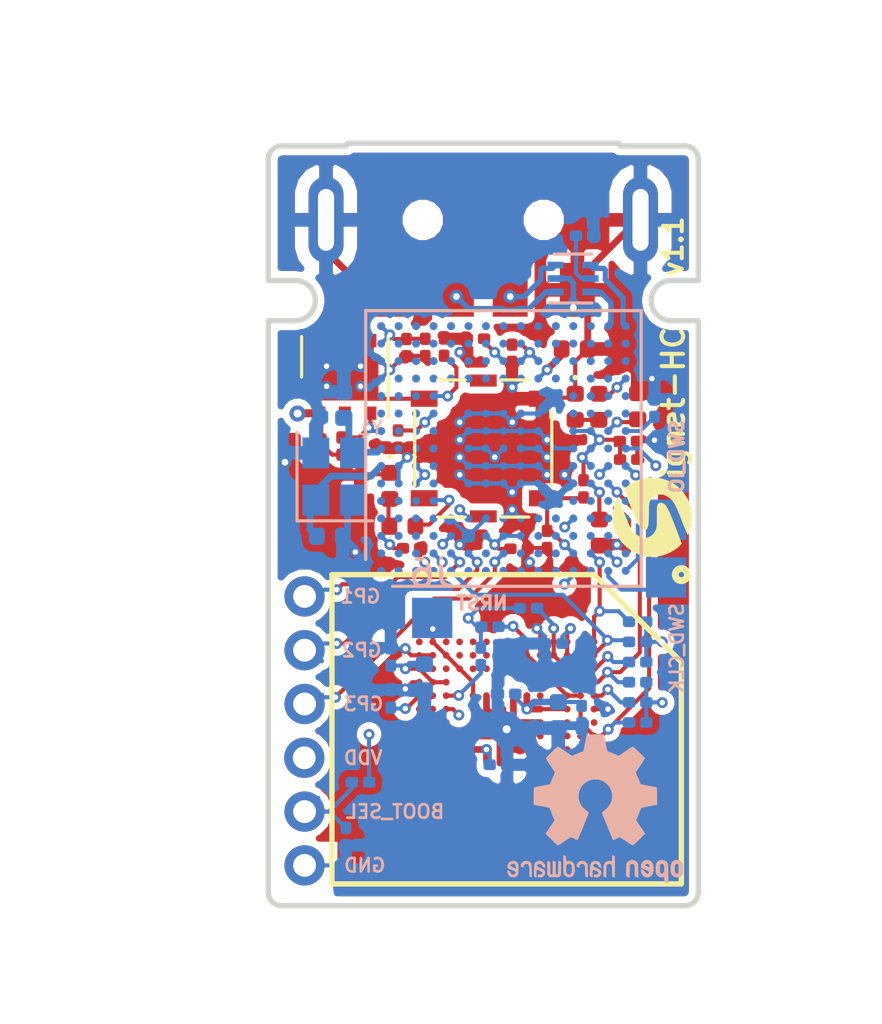
<source format=kicad_pcb>
(kicad_pcb (version 20171130) (host pcbnew "(5.0.2)-1")
  (layers (0 F.Cu signal) (1 In1.Cu power) (2 In2.Cu power) (3 In3.Cu signal) (4 In4.Cu signal) (31 B.Cu signal) (34 B.Paste user hide) (35 F.Paste user hide) (36 B.SilkS user hide) (37 F.SilkS user hide) (38 B.Mask user) (39 F.Mask user hide) (44 Edge.Cuts user))
  (net 0 "")
  (net 1 +5V)
  (net 2 GND)
  (net 3 /EMMC_DAT0)
  (net 4 /EMMC_DAT1)
  (net 5 /EMMC_DAT2)
  (net 6 "Net-(IC1-PadA7)")
  (net 7 "Net-(IC1-PadA9)")
  (net 8 "Net-(IC1-PadA10)")
  (net 9 "Net-(IC1-PadA11)")
  (net 10 "Net-(IC1-PadA12)")
  (net 11 "Net-(IC1-PadA13)")
  (net 12 "Net-(IC1-PadA14)")
  (net 13 "Net-(IC1-PadB1)")
  (net 14 /EMMC_DAT3)
  (net 15 /EMMC_DAT4)
  (net 16 /EMMC_DAT5)
  (net 17 /EMMC_DAT6)
  (net 18 /EMMC_DAT7)
  (net 19 "Net-(IC1-PadB8)")
  (net 20 "Net-(IC1-PadB9)")
  (net 21 "Net-(IC1-PadB10)")
  (net 22 "Net-(IC1-PadB11)")
  (net 23 "Net-(IC1-PadB12)")
  (net 24 "Net-(IC1-PadB13)")
  (net 25 "Net-(IC1-PadB14)")
  (net 26 /EMMC_VDDI)
  (net 27 "Net-(IC1-PadC7)")
  (net 28 "Net-(IC1-PadC8)")
  (net 29 "Net-(IC1-PadC9)")
  (net 30 "Net-(IC1-PadC10)")
  (net 31 "Net-(IC1-PadC11)")
  (net 32 "Net-(IC1-PadC12)")
  (net 33 "Net-(IC1-PadC13)")
  (net 34 "Net-(IC1-PadC14)")
  (net 35 "Net-(IC1-PadD12)")
  (net 36 "Net-(IC1-PadD13)")
  (net 37 "Net-(IC1-PadD14)")
  (net 38 "Net-(IC1-PadE5)")
  (net 39 "Net-(IC1-PadE8)")
  (net 40 "Net-(IC1-PadE9)")
  (net 41 "Net-(IC1-PadE10)")
  (net 42 "Net-(IC1-PadE12)")
  (net 43 "Net-(IC1-PadE13)")
  (net 44 "Net-(IC1-PadE14)")
  (net 45 "Net-(IC1-PadF10)")
  (net 46 "Net-(IC1-PadF12)")
  (net 47 "Net-(IC1-PadF13)")
  (net 48 "Net-(IC1-PadF14)")
  (net 49 "Net-(IC1-PadG1)")
  (net 50 "Net-(IC1-PadG2)")
  (net 51 "Net-(IC1-PadG3)")
  (net 52 "Net-(IC1-PadG10)")
  (net 53 "Net-(IC1-PadG12)")
  (net 54 "Net-(IC1-PadG13)")
  (net 55 "Net-(IC1-PadG14)")
  (net 56 "Net-(IC1-PadH1)")
  (net 57 "Net-(IC1-PadH2)")
  (net 58 "Net-(IC1-PadH3)")
  (net 59 "Net-(IC1-PadH12)")
  (net 60 "Net-(IC1-PadH13)")
  (net 61 "Net-(IC1-PadH14)")
  (net 62 "Net-(IC1-PadJ1)")
  (net 63 "Net-(IC1-PadJ2)")
  (net 64 "Net-(IC1-PadJ3)")
  (net 65 "Net-(IC1-PadJ12)")
  (net 66 "Net-(IC1-PadJ13)")
  (net 67 "Net-(IC1-PadJ14)")
  (net 68 "Net-(IC1-PadK1)")
  (net 69 "Net-(IC1-PadK2)")
  (net 70 "Net-(IC1-PadK3)")
  (net 71 "Net-(IC1-PadK6)")
  (net 72 "Net-(IC1-PadK7)")
  (net 73 "Net-(IC1-PadK10)")
  (net 74 "Net-(IC1-PadK12)")
  (net 75 "Net-(IC1-PadK13)")
  (net 76 "Net-(IC1-PadK14)")
  (net 77 "Net-(IC1-PadL1)")
  (net 78 "Net-(IC1-PadL2)")
  (net 79 "Net-(IC1-PadL12)")
  (net 80 "Net-(IC1-PadL13)")
  (net 81 "Net-(IC1-PadL14)")
  (net 82 "Net-(IC1-PadM1)")
  (net 83 "Net-(IC1-PadM3)")
  (net 84 /EMMC_CMD)
  (net 85 /EMMC_CLK)
  (net 86 "Net-(IC1-PadM7)")
  (net 87 "Net-(IC1-PadM8)")
  (net 88 "Net-(IC1-PadM9)")
  (net 89 "Net-(IC1-PadM10)")
  (net 90 "Net-(IC1-PadM11)")
  (net 91 "Net-(IC1-PadM12)")
  (net 92 "Net-(IC1-PadM13)")
  (net 93 "Net-(IC1-PadM14)")
  (net 94 "Net-(IC1-PadN3)")
  (net 95 "Net-(IC1-PadN6)")
  (net 96 "Net-(IC1-PadN7)")
  (net 97 "Net-(IC1-PadN8)")
  (net 98 "Net-(IC1-PadN9)")
  (net 99 "Net-(IC1-PadN10)")
  (net 100 "Net-(IC1-PadN11)")
  (net 101 "Net-(IC1-PadN12)")
  (net 102 "Net-(IC1-PadN13)")
  (net 103 "Net-(IC1-PadN14)")
  (net 104 "Net-(IC1-PadP1)")
  (net 105 "Net-(IC1-PadP7)")
  (net 106 "Net-(IC1-PadP8)")
  (net 107 "Net-(IC1-PadP9)")
  (net 108 "Net-(IC1-PadP10)")
  (net 109 "Net-(IC1-PadP11)")
  (net 110 "Net-(IC1-PadP12)")
  (net 111 "Net-(IC1-PadP13)")
  (net 112 "Net-(IC1-PadP14)")
  (net 113 VDD)
  (net 114 "Net-(D1-Pad2)")
  (net 115 /ACTIVATE_SW)
  (net 116 "Net-(D2-Pad2)")
  (net 117 /ACTIVATE_LED1)
  (net 118 /ACTIVATE_LED2)
  (net 119 /NRST)
  (net 120 "Net-(IC1-PadH5)")
  (net 121 "Net-(U2-PadA2)")
  (net 122 "Net-(U2-PadA3)")
  (net 123 "Net-(U2-PadA6)")
  (net 124 "Net-(U2-PadA7)")
  (net 125 "Net-(U2-PadA10)")
  (net 126 "Net-(U2-PadA11)")
  (net 127 "Net-(U2-PadB1)")
  (net 128 "Net-(U2-PadB2)")
  (net 129 "Net-(U2-PadB3)")
  (net 130 "Net-(U2-PadB7)")
  (net 131 "Net-(U2-PadB9)")
  (net 132 "Net-(U2-PadB10)")
  (net 133 "Net-(U2-PadB11)")
  (net 134 "Net-(U2-PadC4)")
  (net 135 "Net-(U2-PadC10)")
  (net 136 "Net-(U2-PadC12)")
  (net 137 "Net-(U2-PadD4)")
  (net 138 "Net-(U2-PadD10)")
  (net 139 "Net-(U2-PadD11)")
  (net 140 "Net-(U2-PadE2)")
  (net 141 "Net-(U2-PadE3)")
  (net 142 "Net-(U2-PadE12)")
  (net 143 "Net-(U2-PadH3)")
  (net 144 "Net-(U2-PadH4)")
  (net 145 "Net-(U2-PadJ2)")
  (net 146 "Net-(U2-PadJ3)")
  (net 147 "Net-(U2-PadJ4)")
  (net 148 "Net-(U2-PadK2)")
  (net 149 "Net-(U2-PadK3)")
  (net 150 "Net-(U2-PadK12)")
  (net 151 "Net-(U2-PadL2)")
  (net 152 "Net-(U2-PadL3)")
  (net 153 "Net-(U2-PadM3)")
  (net 154 "Net-(U2-PadM4)")
  (net 155 "Net-(U2-PadM5)")
  (net 156 "Net-(U2-PadM6)")
  (net 157 "Net-(U2-PadM7)")
  (net 158 "Net-(U2-PadM11)")
  (net 159 "Net-(U2-PadM12)")
  (net 160 "Net-(U2-PadM2)")
  (net 161 /HSE_IN)
  (net 162 /HSE_OUT)
  (net 163 /VCAP_1)
  (net 164 /VCAP_2)
  (net 165 "Net-(C26-Pad1)")
  (net 166 /UART_RX)
  (net 167 /UART_TX)
  (net 168 /USB_D_P)
  (net 169 /USB_D_N)
  (net 170 /USB_HS_D_P)
  (net 171 /USB_HS_D_N)
  (net 172 /GPIO1)
  (net 173 /BOOT0)
  (net 174 "Net-(U2-PadA4)")
  (net 175 "Net-(R12-Pad1)")
  (net 176 "Net-(U2-PadA1)")
  (net 177 "Net-(U2-PadA8)")
  (net 178 "Net-(U2-PadA9)")
  (net 179 "Net-(U2-PadA13)")
  (net 180 "Net-(U2-PadC2)")
  (net 181 "Net-(U2-PadC3)")
  (net 182 "Net-(U2-PadC11)")
  (net 183 "Net-(U2-PadC13)")
  (net 184 "Net-(U2-PadC14)")
  (net 185 "Net-(U2-PadD1)")
  (net 186 "Net-(U2-PadD2)")
  (net 187 "Net-(U2-PadD3)")
  (net 188 "Net-(U2-PadD13)")
  (net 189 "Net-(U2-PadD14)")
  (net 190 "Net-(U2-PadD15)")
  (net 191 "Net-(U2-PadE1)")
  (net 192 "Net-(U2-PadE13)")
  (net 193 "Net-(U2-PadE14)")
  (net 194 "Net-(U2-PadE15)")
  (net 195 "Net-(U2-PadF1)")
  (net 196 "Net-(U2-PadF4)")
  (net 197 "Net-(U2-PadF15)")
  (net 198 "Net-(U2-PadG4)")
  (net 199 "Net-(U2-PadH2)")
  (net 200 "Net-(U2-PadH14)")
  (net 201 "Net-(U2-PadK1)")
  (net 202 "Net-(U2-PadK13)")
  (net 203 "Net-(U2-PadK14)")
  (net 204 "Net-(U2-PadK15)")
  (net 205 "Net-(U2-PadL1)")
  (net 206 "Net-(U2-PadL12)")
  (net 207 "Net-(U2-PadL13)")
  (net 208 "Net-(U2-PadL14)")
  (net 209 "Net-(U2-PadL15)")
  (net 210 "Net-(U2-PadM13)")
  (net 211 "Net-(U2-PadM14)")
  (net 212 "Net-(U2-PadN2)")
  (net 213 "Net-(U2-PadN3)")
  (net 214 "Net-(U2-PadN4)")
  (net 215 "Net-(U2-PadN5)")
  (net 216 "Net-(U2-PadN6)")
  (net 217 "Net-(U2-PadN7)")
  (net 218 "Net-(U2-PadN11)")
  (net 219 "Net-(U2-PadN12)")
  (net 220 "Net-(U2-PadN13)")
  (net 221 "Net-(U2-PadN14)")
  (net 222 "Net-(U2-PadN15)")
  (net 223 "Net-(U2-PadP2)")
  (net 224 "Net-(U2-PadP3)")
  (net 225 "Net-(U2-PadP4)")
  (net 226 "Net-(U2-PadP5)")
  (net 227 "Net-(U2-PadP6)")
  (net 228 "Net-(U2-PadP7)")
  (net 229 "Net-(U2-PadP8)")
  (net 230 "Net-(U2-PadP9)")
  (net 231 "Net-(U2-PadP10)")
  (net 232 "Net-(U2-PadP11)")
  (net 233 "Net-(U2-PadP12)")
  (net 234 "Net-(U2-PadP13)")
  (net 235 "Net-(U2-PadP14)")
  (net 236 "Net-(U2-PadP15)")
  (net 237 "Net-(U2-PadR2)")
  (net 238 "Net-(U2-PadR3)")
  (net 239 "Net-(U2-PadR4)")
  (net 240 "Net-(U2-PadR5)")
  (net 241 "Net-(U2-PadR6)")
  (net 242 "Net-(U2-PadR7)")
  (net 243 "Net-(U2-PadR8)")
  (net 244 "Net-(U2-PadR9)")
  (net 245 "Net-(U2-PadR10)")
  (net 246 "Net-(U2-PadR11)")
  (net 247 "Net-(U2-PadR12)")
  (net 248 "Net-(U2-PadR13)")
  (net 249 "Net-(U2-PadB15)")
  (net 250 "Net-(U2-PadC15)")
  (net 251 /V12PHYHS)
  (net 252 /REXTPHYHS)
  (net 253 /SWD_CLK)
  (net 254 /SWD_IO)
  (net 255 /BOOTSW)
  (net 256 "Net-(IC1-PadF3)")
  (module signet2:TestPoint_Pad_1.5x1.5mm (layer B.Cu) (at 98.1 117.55 180)
    (fp_text reference J6 (at 0 1.648 180) (layer B.SilkS) (effects (justify mirror)))
    (fp_text value Conn_01x01_Male hide)
    (pad 1 smd rect (at 0 0 180) (size 1.5 1.5) (layers B.Cu B.Mask) (net 119 /NRST))
  )
  (module signet2:TestPoint_Pad_1.5x1.5mm (layer B.Cu) (at 106.8 116.04)
    (fp_text reference J3 hide)
    (fp_text value Conn_01x01_Male hide)
    (pad 1 smd rect (at 0 0) (size 1.5 1.5) (layers B.Cu B.Mask) (net 253 /SWD_CLK))
  )
  (module signet2:TestPoint_Pad_1.5x1.5mm (layer B.Cu) (at 106.8 113.9)
    (fp_text reference J2 hide)
    (fp_text value Conn_01x01_Male hide)
    (pad 1 smd rect (at 0 0) (size 1.5 1.5) (layers B.Cu B.Mask) (net 254 /SWD_IO))
  )
  (module signet2:TestPoint_Pad_1.5x1.5mm (layer B.Cu) (at 93.35 126.75)
    (fp_text reference J7 hide)
    (fp_text value Conn_01x01_Male hide)
    (pad 1 thru_hole circle (at 0 0) (size 1.5 1.5) (drill 0.85) (layers *.Cu *.Mask) (net 2 GND))
  )
  (module signet2:TestPoint_Pad_1.5x1.5mm (layer B.Cu) (at 93.35 124.75 90)
    (fp_text reference J4 hide)
    (fp_text value Conn_01x01_Male hide)
    (pad 1 thru_hole circle (at 0 0 90) (size 1.5 1.5) (drill 0.85) (layers *.Cu *.Mask) (net 255 /BOOTSW))
  )
  (module signet2:TestPoint_Pad_1.5x1.5mm (layer B.Cu) (at 93.34 122.75)
    (fp_text reference J8 hide)
    (fp_text value Conn_01x01_Male hide)
    (pad 1 thru_hole circle (at 0 0) (size 1.5 1.5) (drill 0.85) (layers *.Cu *.Mask) (net 113 VDD))
  )
  (module signet2:TestPoint_Pad_1.5x1.5mm (layer B.Cu) (at 93.35 120.75 270)
    (fp_text reference J9 hide)
    (fp_text value Conn_01x01_Male hide)
    (pad 1 thru_hole circle (at 0 0 270) (size 1.5 1.5) (drill 0.85) (layers *.Cu *.Mask) (net 172 /GPIO1))
  )
  (module signet2:TestPoint_Pad_1.5x1.5mm (layer B.Cu) (at 93.35 118.75)
    (fp_text reference J10 hide)
    (fp_text value Conn_01x01_Male hide)
    (pad 1 thru_hole circle (at 0 0) (size 1.5 1.5) (drill 0.85) (layers *.Cu *.Mask) (net 167 /UART_TX))
  )
  (module signet2:TestPoint_Pad_1.5x1.5mm (layer B.Cu) (at 93.35 116.75)
    (fp_text reference J11 hide)
    (fp_text value Conn_01x01_Male hide)
    (pad 1 thru_hole circle (at 0 0) (size 1.5 1.5) (drill 0.85) (layers *.Cu *.Mask) (net 166 /UART_RX))
  )
  (module Button_Switch_SMD:SW_SPST_Panasonic_EVQPL_3PL_5PL_PT_A15 (layer F.Cu) (at 100 111.25 270)
    (fp_text reference SW1 hide)
    (fp_text value EVQ_PLDA15)
    (pad 0 smd rect (at 2.525 0 270) (size 0.45 1) (layers F.Cu F.Paste F.Mask))
    (pad 0 smd rect (at -2.525 0 270) (size 0.45 1) (layers F.Cu F.Paste F.Mask))
    (pad 2 smd rect (at 1.85 2.2 270) (size 0.6 1) (layers F.Cu F.Paste F.Mask) (net 115 /ACTIVATE_SW))
    (pad 2 smd rect (at 1.85 -2.2 270) (size 0.6 1) (layers F.Cu F.Paste F.Mask) (net 115 /ACTIVATE_SW))
    (pad 1 smd rect (at -1.85 -2.2 270) (size 0.6 1) (layers F.Cu F.Paste F.Mask) (net 2 GND))
    (pad 1 smd rect (at -1.85 2.2 270) (size 0.6 1) (layers F.Cu F.Paste F.Mask) (net 2 GND))
  )
  (module signet2:FBGA153 (layer F.Cu) (at 100.87 121.69 270)
    (fp_text reference IC1 hide)
    (fp_text value THGBMHG8C2LBAIL hide)
    (pad A1 smd circle (at -3.25 -3.25) (size 0.25 0.25) (layers F.Cu F.Paste F.Mask) (net 14 /EMMC_DAT3))
    (pad A2 smd circle (at -2.75 -3.25) (size 0.25 0.25) (layers F.Cu F.Paste F.Mask) (net 15 /EMMC_DAT4))
    (pad A3 smd circle (at -2.25 -3.25) (size 0.25 0.25) (layers F.Cu F.Paste F.Mask) (net 3 /EMMC_DAT0))
    (pad A4 smd circle (at -1.75 -3.25) (size 0.25 0.25) (layers F.Cu F.Paste F.Mask) (net 4 /EMMC_DAT1))
    (pad A5 smd circle (at -1.25 -3.25) (size 0.25 0.25) (layers F.Cu F.Paste F.Mask) (net 5 /EMMC_DAT2))
    (pad A6 smd circle (at -0.75 -3.25) (size 0.25 0.25) (layers F.Cu F.Paste F.Mask) (net 2 GND))
    (pad A7 smd circle (at -0.25 -3.25) (size 0.25 0.25) (layers F.Cu F.Paste F.Mask) (net 6 "Net-(IC1-PadA7)"))
    (pad A8 smd circle (at 0.25 -3.25) (size 0.25 0.25) (layers F.Cu F.Paste F.Mask) (net 18 /EMMC_DAT7))
    (pad A9 smd circle (at 0.75 -3.25) (size 0.25 0.25) (layers F.Cu F.Paste F.Mask) (net 7 "Net-(IC1-PadA9)"))
    (pad A10 smd circle (at 1.25 -3.25) (size 0.25 0.25) (layers F.Cu F.Paste F.Mask) (net 8 "Net-(IC1-PadA10)"))
    (pad A11 smd circle (at 1.75 -3.25) (size 0.25 0.25) (layers F.Cu F.Paste F.Mask) (net 9 "Net-(IC1-PadA11)"))
    (pad A12 smd circle (at 2.25 -3.25) (size 0.25 0.25) (layers F.Cu F.Paste F.Mask) (net 10 "Net-(IC1-PadA12)"))
    (pad A13 smd circle (at 2.75 -3.25) (size 0.25 0.25) (layers F.Cu F.Paste F.Mask) (net 11 "Net-(IC1-PadA13)"))
    (pad A14 smd circle (at 3.25 -3.25) (size 0.25 0.25) (layers F.Cu F.Paste F.Mask) (net 12 "Net-(IC1-PadA14)"))
    (pad B1 smd circle (at -3.25 -2.75) (size 0.25 0.25) (layers F.Cu F.Paste F.Mask) (net 13 "Net-(IC1-PadB1)"))
    (pad B2 smd circle (at -2.75 -2.75) (size 0.25 0.25) (layers F.Cu F.Paste F.Mask) (net 14 /EMMC_DAT3))
    (pad B3 smd circle (at -2.25 -2.75) (size 0.25 0.25) (layers F.Cu F.Paste F.Mask) (net 15 /EMMC_DAT4))
    (pad B4 smd circle (at -1.75 -2.75) (size 0.25 0.25) (layers F.Cu F.Paste F.Mask) (net 16 /EMMC_DAT5))
    (pad B5 smd circle (at -1.25 -2.75) (size 0.25 0.25) (layers F.Cu F.Paste F.Mask) (net 17 /EMMC_DAT6))
    (pad B6 smd circle (at -0.75 -2.75) (size 0.25 0.25) (layers F.Cu F.Paste F.Mask) (net 18 /EMMC_DAT7))
    (pad B7 smd circle (at -0.25 -2.75) (size 0.25 0.25) (layers F.Cu F.Paste F.Mask) (net 18 /EMMC_DAT7))
    (pad B8 smd circle (at 0.25 -2.75) (size 0.25 0.25) (layers F.Cu F.Paste F.Mask) (net 19 "Net-(IC1-PadB8)"))
    (pad B9 smd circle (at 0.75 -2.75) (size 0.25 0.25) (layers F.Cu F.Paste F.Mask) (net 20 "Net-(IC1-PadB9)"))
    (pad B10 smd circle (at 1.25 -2.75) (size 0.25 0.25) (layers F.Cu F.Paste F.Mask) (net 21 "Net-(IC1-PadB10)"))
    (pad B11 smd circle (at 1.75 -2.75) (size 0.25 0.25) (layers F.Cu F.Paste F.Mask) (net 22 "Net-(IC1-PadB11)"))
    (pad B12 smd circle (at 2.25 -2.75) (size 0.25 0.25) (layers F.Cu F.Paste F.Mask) (net 23 "Net-(IC1-PadB12)"))
    (pad B13 smd circle (at 2.75 -2.75) (size 0.25 0.25) (layers F.Cu F.Paste F.Mask) (net 24 "Net-(IC1-PadB13)"))
    (pad B14 smd circle (at 3.25 -2.75) (size 0.25 0.25) (layers F.Cu F.Paste F.Mask) (net 25 "Net-(IC1-PadB14)"))
    (pad C1 smd circle (at -3.25 -2.25) (size 0.25 0.25) (layers F.Cu F.Paste F.Mask) (net 26 /EMMC_VDDI))
    (pad C2 smd circle (at -2.75 -2.25) (size 0.25 0.25) (layers F.Cu F.Paste F.Mask) (net 26 /EMMC_VDDI))
    (pad C3 smd circle (at -2.25 -2.25) (size 0.25 0.25) (layers F.Cu F.Paste F.Mask) (net 16 /EMMC_DAT5))
    (pad C4 smd circle (at -1.75 -2.25) (size 0.25 0.25) (layers F.Cu F.Paste F.Mask) (net 2 GND))
    (pad C5 smd circle (at -1.25 -2.25) (size 0.25 0.25) (layers F.Cu F.Paste F.Mask) (net 17 /EMMC_DAT6))
    (pad C6 smd circle (at -0.75 -2.25) (size 0.25 0.25) (layers F.Cu F.Paste F.Mask) (net 113 VDD))
    (pad C7 smd circle (at -0.25 -2.25) (size 0.25 0.25) (layers F.Cu F.Paste F.Mask) (net 27 "Net-(IC1-PadC7)"))
    (pad C8 smd circle (at 0.25 -2.25) (size 0.25 0.25) (layers F.Cu F.Paste F.Mask) (net 28 "Net-(IC1-PadC8)"))
    (pad C9 smd circle (at 0.75 -2.25) (size 0.25 0.25) (layers F.Cu F.Paste F.Mask) (net 29 "Net-(IC1-PadC9)"))
    (pad C10 smd circle (at 1.25 -2.25) (size 0.25 0.25) (layers F.Cu F.Paste F.Mask) (net 30 "Net-(IC1-PadC10)"))
    (pad C11 smd circle (at 1.75 -2.25) (size 0.25 0.25) (layers F.Cu F.Paste F.Mask) (net 31 "Net-(IC1-PadC11)"))
    (pad C12 smd circle (at 2.25 -2.25) (size 0.25 0.25) (layers F.Cu F.Paste F.Mask) (net 32 "Net-(IC1-PadC12)"))
    (pad C13 smd circle (at 2.75 -2.25) (size 0.25 0.25) (layers F.Cu F.Paste F.Mask) (net 33 "Net-(IC1-PadC13)"))
    (pad C14 smd circle (at 3.25 -2.25) (size 0.25 0.25) (layers F.Cu F.Paste F.Mask) (net 34 "Net-(IC1-PadC14)"))
    (pad D1 smd circle (at -3.25 -1.75) (size 0.25 0.25) (layers F.Cu F.Paste F.Mask) (net 16 /EMMC_DAT5))
    (pad D2 smd circle (at -2.75 -1.75) (size 0.25 0.25) (layers F.Cu F.Paste F.Mask) (net 16 /EMMC_DAT5))
    (pad D3 smd circle (at -2.25 -1.75) (size 0.25 0.25) (layers F.Cu F.Paste F.Mask) (net 2 GND))
    (pad D4 smd circle (at -1.75 -1.75) (size 0.25 0.25) (layers F.Cu F.Paste F.Mask) (net 17 /EMMC_DAT6))
    (pad D12 smd circle (at 2.25 -1.75) (size 0.25 0.25) (layers F.Cu F.Paste F.Mask) (net 35 "Net-(IC1-PadD12)"))
    (pad D13 smd circle (at 2.75 -1.75) (size 0.25 0.25) (layers F.Cu F.Paste F.Mask) (net 36 "Net-(IC1-PadD13)"))
    (pad D14 smd circle (at 3.25 -1.75) (size 0.25 0.25) (layers F.Cu F.Paste F.Mask) (net 37 "Net-(IC1-PadD14)"))
    (pad E1 smd circle (at -3.25 -1.25) (size 0.25 0.25) (layers F.Cu F.Paste F.Mask) (net 2 GND))
    (pad E2 smd circle (at -2.75 -1.25) (size 0.25 0.25) (layers F.Cu F.Paste F.Mask) (net 2 GND))
    (pad E3 smd circle (at -2.25 -1.25) (size 0.25 0.25) (layers F.Cu F.Paste F.Mask) (net 17 /EMMC_DAT6))
    (pad E5 smd circle (at -1.25 -1.25) (size 0.25 0.25) (layers F.Cu F.Paste F.Mask) (net 38 "Net-(IC1-PadE5)"))
    (pad E6 smd circle (at -0.75 -1.25) (size 0.25 0.25) (layers F.Cu F.Paste F.Mask) (net 113 VDD))
    (pad E7 smd circle (at -0.25 -1.25) (size 0.25 0.25) (layers F.Cu F.Paste F.Mask) (net 2 GND))
    (pad E8 smd circle (at 0.25 -1.25) (size 0.25 0.25) (layers F.Cu F.Paste F.Mask) (net 39 "Net-(IC1-PadE8)"))
    (pad E9 smd circle (at 0.75 -1.25) (size 0.25 0.25) (layers F.Cu F.Paste F.Mask) (net 40 "Net-(IC1-PadE9)"))
    (pad E10 smd circle (at 1.25 -1.25) (size 0.25 0.25) (layers F.Cu F.Paste F.Mask) (net 41 "Net-(IC1-PadE10)"))
    (pad E12 smd circle (at 2.25 -1.25) (size 0.25 0.25) (layers F.Cu F.Paste F.Mask) (net 42 "Net-(IC1-PadE12)"))
    (pad E13 smd circle (at 2.75 -1.25) (size 0.25 0.25) (layers F.Cu F.Paste F.Mask) (net 43 "Net-(IC1-PadE13)"))
    (pad E14 smd circle (at 3.25 -1.25) (size 0.25 0.25) (layers F.Cu F.Paste F.Mask) (net 44 "Net-(IC1-PadE14)"))
    (pad F1 smd circle (at -3.25 -0.75) (size 0.25 0.25) (layers F.Cu F.Paste F.Mask) (net 17 /EMMC_DAT6))
    (pad F2 smd circle (at -2.75 -0.75) (size 0.25 0.25) (layers F.Cu F.Paste F.Mask) (net 17 /EMMC_DAT6))
    (pad F3 smd circle (at -2.25 -0.75) (size 0.25 0.25) (layers F.Cu F.Paste F.Mask) (net 256 "Net-(IC1-PadF3)"))
    (pad F5 smd circle (at -1.25 -0.75) (size 0.25 0.25) (layers F.Cu F.Paste F.Mask) (net 113 VDD))
    (pad F10 smd circle (at 1.25 -0.75) (size 0.25 0.25) (layers F.Cu F.Paste F.Mask) (net 45 "Net-(IC1-PadF10)"))
    (pad F12 smd circle (at 2.25 -0.75) (size 0.25 0.25) (layers F.Cu F.Paste F.Mask) (net 46 "Net-(IC1-PadF12)"))
    (pad F13 smd circle (at 2.75 -0.75) (size 0.25 0.25) (layers F.Cu F.Paste F.Mask) (net 47 "Net-(IC1-PadF13)"))
    (pad F14 smd circle (at 3.25 -0.75) (size 0.25 0.25) (layers F.Cu F.Paste F.Mask) (net 48 "Net-(IC1-PadF14)"))
    (pad G1 smd circle (at -3.25 -0.25) (size 0.25 0.25) (layers F.Cu F.Paste F.Mask) (net 49 "Net-(IC1-PadG1)"))
    (pad G2 smd circle (at -2.75 -0.25) (size 0.25 0.25) (layers F.Cu F.Paste F.Mask) (net 50 "Net-(IC1-PadG2)"))
    (pad G3 smd circle (at -2.25 -0.25) (size 0.25 0.25) (layers F.Cu F.Paste F.Mask) (net 51 "Net-(IC1-PadG3)"))
    (pad G5 smd circle (at -1.25 -0.25) (size 0.25 0.25) (layers F.Cu F.Paste F.Mask) (net 2 GND))
    (pad G10 smd circle (at 1.25 -0.25) (size 0.25 0.25) (layers F.Cu F.Paste F.Mask) (net 52 "Net-(IC1-PadG10)"))
    (pad G12 smd circle (at 2.25 -0.25) (size 0.25 0.25) (layers F.Cu F.Paste F.Mask) (net 53 "Net-(IC1-PadG12)"))
    (pad G13 smd circle (at 2.75 -0.25) (size 0.25 0.25) (layers F.Cu F.Paste F.Mask) (net 54 "Net-(IC1-PadG13)"))
    (pad G14 smd circle (at 3.25 -0.25) (size 0.25 0.25) (layers F.Cu F.Paste F.Mask) (net 55 "Net-(IC1-PadG14)"))
    (pad H1 smd circle (at -3.25 0.25) (size 0.25 0.25) (layers F.Cu F.Paste F.Mask) (net 56 "Net-(IC1-PadH1)"))
    (pad H2 smd circle (at -2.75 0.25) (size 0.25 0.25) (layers F.Cu F.Paste F.Mask) (net 57 "Net-(IC1-PadH2)"))
    (pad H3 smd circle (at -2.25 0.25) (size 0.25 0.25) (layers F.Cu F.Paste F.Mask) (net 58 "Net-(IC1-PadH3)"))
    (pad H5 smd circle (at -1.25 0.25) (size 0.25 0.25) (layers F.Cu F.Paste F.Mask) (net 120 "Net-(IC1-PadH5)"))
    (pad H10 smd circle (at 1.25 0.25) (size 0.25 0.25) (layers F.Cu F.Paste F.Mask) (net 2 GND))
    (pad H12 smd circle (at 2.25 0.25) (size 0.25 0.25) (layers F.Cu F.Paste F.Mask) (net 59 "Net-(IC1-PadH12)"))
    (pad H13 smd circle (at 2.75 0.25) (size 0.25 0.25) (layers F.Cu F.Paste F.Mask) (net 60 "Net-(IC1-PadH13)"))
    (pad H14 smd circle (at 3.25 0.25) (size 0.25 0.25) (layers F.Cu F.Paste F.Mask) (net 61 "Net-(IC1-PadH14)"))
    (pad J1 smd circle (at -3.25 0.75) (size 0.25 0.25) (layers F.Cu F.Paste F.Mask) (net 62 "Net-(IC1-PadJ1)"))
    (pad J2 smd circle (at -2.75 0.75) (size 0.25 0.25) (layers F.Cu F.Paste F.Mask) (net 63 "Net-(IC1-PadJ2)"))
    (pad J3 smd circle (at -2.25 0.75) (size 0.25 0.25) (layers F.Cu F.Paste F.Mask) (net 64 "Net-(IC1-PadJ3)"))
    (pad J5 smd circle (at -1.25 0.75) (size 0.25 0.25) (layers F.Cu F.Paste F.Mask) (net 2 GND))
    (pad J10 smd circle (at 1.25 0.75) (size 0.25 0.25) (layers F.Cu F.Paste F.Mask) (net 113 VDD))
    (pad J12 smd circle (at 2.25 0.75) (size 0.25 0.25) (layers F.Cu F.Paste F.Mask) (net 65 "Net-(IC1-PadJ12)"))
    (pad J13 smd circle (at 2.75 0.75) (size 0.25 0.25) (layers F.Cu F.Paste F.Mask) (net 66 "Net-(IC1-PadJ13)"))
    (pad J14 smd circle (at 3.25 0.75) (size 0.25 0.25) (layers F.Cu F.Paste F.Mask) (net 67 "Net-(IC1-PadJ14)"))
    (pad K1 smd circle (at -3.25 1.25) (size 0.25 0.25) (layers F.Cu F.Paste F.Mask) (net 68 "Net-(IC1-PadK1)"))
    (pad K2 smd circle (at -2.75 1.25) (size 0.25 0.25) (layers F.Cu F.Paste F.Mask) (net 69 "Net-(IC1-PadK2)"))
    (pad K3 smd circle (at -2.25 1.25) (size 0.25 0.25) (layers F.Cu F.Paste F.Mask) (net 70 "Net-(IC1-PadK3)"))
    (pad K5 smd circle (at -1.25 1.25) (size 0.25 0.25) (layers F.Cu F.Paste F.Mask) (net 119 /NRST))
    (pad K6 smd circle (at -0.75 1.25) (size 0.25 0.25) (layers F.Cu F.Paste F.Mask) (net 71 "Net-(IC1-PadK6)"))
    (pad K7 smd circle (at -0.25 1.25) (size 0.25 0.25) (layers F.Cu F.Paste F.Mask) (net 72 "Net-(IC1-PadK7)"))
    (pad K8 smd circle (at 0.25 1.25) (size 0.25 0.25) (layers F.Cu F.Paste F.Mask) (net 2 GND))
    (pad K9 smd circle (at 0.75 1.25) (size 0.25 0.25) (layers F.Cu F.Paste F.Mask) (net 113 VDD))
    (pad K10 smd circle (at 1.25 1.25) (size 0.25 0.25) (layers F.Cu F.Paste F.Mask) (net 73 "Net-(IC1-PadK10)"))
    (pad K12 smd circle (at 2.25 1.25) (size 0.25 0.25) (layers F.Cu F.Paste F.Mask) (net 74 "Net-(IC1-PadK12)"))
    (pad K13 smd circle (at 2.75 1.25) (size 0.25 0.25) (layers F.Cu F.Paste F.Mask) (net 75 "Net-(IC1-PadK13)"))
    (pad K14 smd circle (at 3.25 1.25) (size 0.25 0.25) (layers F.Cu F.Paste F.Mask) (net 76 "Net-(IC1-PadK14)"))
    (pad L1 smd circle (at -3.25 1.75) (size 0.25 0.25) (layers F.Cu F.Paste F.Mask) (net 77 "Net-(IC1-PadL1)"))
    (pad L2 smd circle (at -2.75 1.75) (size 0.25 0.25) (layers F.Cu F.Paste F.Mask) (net 78 "Net-(IC1-PadL2)"))
    (pad L3 smd circle (at -2.25 1.75) (size 0.25 0.25) (layers F.Cu F.Paste F.Mask) (net 119 /NRST))
    (pad L12 smd circle (at 2.25 1.75) (size 0.25 0.25) (layers F.Cu F.Paste F.Mask) (net 79 "Net-(IC1-PadL12)"))
    (pad L13 smd circle (at 2.75 1.75) (size 0.25 0.25) (layers F.Cu F.Paste F.Mask) (net 80 "Net-(IC1-PadL13)"))
    (pad L14 smd circle (at 3.25 1.75) (size 0.25 0.25) (layers F.Cu F.Paste F.Mask) (net 81 "Net-(IC1-PadL14)"))
    (pad M1 smd circle (at -3.25 2.25) (size 0.25 0.25) (layers F.Cu F.Paste F.Mask) (net 82 "Net-(IC1-PadM1)"))
    (pad M2 smd circle (at -2.75 2.25) (size 0.25 0.25) (layers F.Cu F.Paste F.Mask) (net 119 /NRST))
    (pad M3 smd circle (at -2.25 2.25) (size 0.25 0.25) (layers F.Cu F.Paste F.Mask) (net 83 "Net-(IC1-PadM3)"))
    (pad M4 smd circle (at -1.75 2.25) (size 0.25 0.25) (layers F.Cu F.Paste F.Mask) (net 113 VDD))
    (pad M5 smd circle (at -1.25 2.25) (size 0.25 0.25) (layers F.Cu F.Paste F.Mask) (net 84 /EMMC_CMD))
    (pad M6 smd circle (at -0.75 2.25) (size 0.25 0.25) (layers F.Cu F.Paste F.Mask) (net 85 /EMMC_CLK))
    (pad M7 smd circle (at -0.25 2.25) (size 0.25 0.25) (layers F.Cu F.Paste F.Mask) (net 86 "Net-(IC1-PadM7)"))
    (pad M8 smd circle (at 0.25 2.25) (size 0.25 0.25) (layers F.Cu F.Paste F.Mask) (net 87 "Net-(IC1-PadM8)"))
    (pad M9 smd circle (at 0.75 2.25) (size 0.25 0.25) (layers F.Cu F.Paste F.Mask) (net 88 "Net-(IC1-PadM9)"))
    (pad M10 smd circle (at 1.25 2.25) (size 0.25 0.25) (layers F.Cu F.Paste F.Mask) (net 89 "Net-(IC1-PadM10)"))
    (pad M11 smd circle (at 1.75 2.25) (size 0.25 0.25) (layers F.Cu F.Paste F.Mask) (net 90 "Net-(IC1-PadM11)"))
    (pad M12 smd circle (at 2.25 2.25) (size 0.25 0.25) (layers F.Cu F.Paste F.Mask) (net 91 "Net-(IC1-PadM12)"))
    (pad M13 smd circle (at 2.75 2.25) (size 0.25 0.25) (layers F.Cu F.Paste F.Mask) (net 92 "Net-(IC1-PadM13)"))
    (pad M14 smd circle (at 3.25 2.25) (size 0.25 0.25) (layers F.Cu F.Paste F.Mask) (net 93 "Net-(IC1-PadM14)"))
    (pad N1 smd circle (at -3.25 2.75) (size 0.25 0.25) (layers F.Cu F.Paste F.Mask) (net 119 /NRST))
    (pad N2 smd circle (at -2.75 2.75) (size 0.25 0.25) (layers F.Cu F.Paste F.Mask) (net 2 GND))
    (pad N3 smd circle (at -2.25 2.75) (size 0.25 0.25) (layers F.Cu F.Paste F.Mask) (net 94 "Net-(IC1-PadN3)"))
    (pad N4 smd circle (at -1.75 2.75) (size 0.25 0.25) (layers F.Cu F.Paste F.Mask) (net 113 VDD))
    (pad N5 smd circle (at -1.25 2.75) (size 0.25 0.25) (layers F.Cu F.Paste F.Mask) (net 2 GND))
    (pad N6 smd circle (at -0.75 2.75) (size 0.25 0.25) (layers F.Cu F.Paste F.Mask) (net 95 "Net-(IC1-PadN6)"))
    (pad N7 smd circle (at -0.25 2.75) (size 0.25 0.25) (layers F.Cu F.Paste F.Mask) (net 96 "Net-(IC1-PadN7)"))
    (pad N8 smd circle (at 0.25 2.75) (size 0.25 0.25) (layers F.Cu F.Paste F.Mask) (net 97 "Net-(IC1-PadN8)"))
    (pad N9 smd circle (at 0.75 2.75) (size 0.25 0.25) (layers F.Cu F.Paste F.Mask) (net 98 "Net-(IC1-PadN9)"))
    (pad N10 smd circle (at 1.25 2.75) (size 0.25 0.25) (layers F.Cu F.Paste F.Mask) (net 99 "Net-(IC1-PadN10)"))
    (pad N11 smd circle (at 1.75 2.75) (size 0.25 0.25) (layers F.Cu F.Paste F.Mask) (net 100 "Net-(IC1-PadN11)"))
    (pad N12 smd circle (at 2.25 2.75) (size 0.25 0.25) (layers F.Cu F.Paste F.Mask) (net 101 "Net-(IC1-PadN12)"))
    (pad N13 smd circle (at 2.75 2.75) (size 0.25 0.25) (layers F.Cu F.Paste F.Mask) (net 102 "Net-(IC1-PadN13)"))
    (pad N14 smd circle (at 3.25 2.75) (size 0.25 0.25) (layers F.Cu F.Paste F.Mask) (net 103 "Net-(IC1-PadN14)"))
    (pad P1 smd circle (at -3.25 3.25) (size 0.25 0.25) (layers F.Cu F.Paste F.Mask) (net 104 "Net-(IC1-PadP1)"))
    (pad P2 smd circle (at -2.75 3.25) (size 0.25 0.25) (layers F.Cu F.Paste F.Mask) (net 2 GND))
    (pad P3 smd circle (at -2.25 3.25) (size 0.25 0.25) (layers F.Cu F.Paste F.Mask) (net 113 VDD))
    (pad P4 smd circle (at -1.75 3.25) (size 0.25 0.25) (layers F.Cu F.Paste F.Mask) (net 2 GND))
    (pad P5 smd circle (at -1.25 3.25) (size 0.25 0.25) (layers F.Cu F.Paste F.Mask) (net 113 VDD))
    (pad P6 smd circle (at -0.75 3.25) (size 0.25 0.25) (layers F.Cu F.Paste F.Mask) (net 2 GND))
    (pad P7 smd circle (at -0.25 3.25) (size 0.25 0.25) (layers F.Cu F.Paste F.Mask) (net 105 "Net-(IC1-PadP7)"))
    (pad P8 smd circle (at 0.25 3.25) (size 0.25 0.25) (layers F.Cu F.Paste F.Mask) (net 106 "Net-(IC1-PadP8)"))
    (pad P9 smd circle (at 0.75 3.25) (size 0.25 0.25) (layers F.Cu F.Paste F.Mask) (net 107 "Net-(IC1-PadP9)"))
    (pad P10 smd circle (at 1.25 3.25) (size 0.25 0.25) (layers F.Cu F.Paste F.Mask) (net 108 "Net-(IC1-PadP10)"))
    (pad P11 smd circle (at 1.75 3.25) (size 0.25 0.25) (layers F.Cu F.Paste F.Mask) (net 109 "Net-(IC1-PadP11)"))
    (pad P12 smd circle (at 2.25 3.25) (size 0.25 0.25) (layers F.Cu F.Paste F.Mask) (net 110 "Net-(IC1-PadP12)"))
    (pad P13 smd circle (at 2.75 3.25) (size 0.25 0.25) (layers F.Cu F.Paste F.Mask) (net 111 "Net-(IC1-PadP13)"))
    (pad P14 smd circle (at 3.25 3.25) (size 0.25 0.25) (layers F.Cu F.Paste F.Mask) (net 112 "Net-(IC1-PadP14)"))
  )
  (module signet2:VDFN6 (layer F.Cu) (at 94.85 108.59 90)
    (fp_text reference U1 hide)
    (fp_text value LDFM33PUR)
    (pad 7 smd roundrect (at 0 0 90) (size 1.75 2.5) (layers F.Cu F.Mask) (roundrect_rratio 0.167) (net 2 GND))
    (pad 1 smd rect (at -1.35 -0.95 90) (size 0.5 0.45) (layers F.Cu F.Paste F.Mask) (net 113 VDD))
    (pad 2 smd rect (at -1.35 0 90) (size 0.5 0.45) (layers F.Cu F.Paste F.Mask))
    (pad 3 smd rect (at -1.35 0.95 90) (size 0.5 0.45) (layers F.Cu F.Paste F.Mask) (net 119 /NRST))
    (pad 4 smd rect (at 1.35 0.95 90) (size 0.5 0.45) (layers F.Cu F.Paste F.Mask) (net 2 GND))
    (pad 5 smd rect (at 1.35 0 90) (size 0.5 0.45) (layers F.Cu F.Paste F.Mask) (net 1 +5V))
    (pad 6 smd rect (at 1.35 -0.95 90) (size 0.5 0.45) (layers F.Cu F.Paste F.Mask) (net 1 +5V))
  )
  (module Package_DFN_QFN:ST_UQFN-6L_1.5x1.7mm_Pitch0.5mm (layer B.Cu) (at 103.34 104.93)
    (fp_text reference U3 hide)
    (fp_text value USBULC6-2M6)
    (pad 2 smd rect (at -0.65 0) (size 0.6 0.25) (layers B.Cu B.Paste B.Mask) (net 2 GND))
    (pad 1 smd rect (at -0.65 0.5) (size 0.6 0.25) (layers B.Cu B.Paste B.Mask) (net 169 /USB_D_N))
    (pad 3 smd rect (at -0.65 -0.5) (size 0.6 0.25) (layers B.Cu B.Paste B.Mask) (net 168 /USB_D_P))
    (pad 5 smd rect (at 0.65 0) (size 0.6 0.25) (layers B.Cu B.Paste B.Mask) (net 165 "Net-(C26-Pad1)"))
    (pad 6 smd rect (at 0.65 0.5) (size 0.6 0.25) (layers B.Cu B.Paste B.Mask) (net 171 /USB_HS_D_N))
    (pad 4 smd rect (at 0.65 -0.5) (size 0.6 0.25) (layers B.Cu B.Paste B.Mask) (net 170 /USB_HS_D_P))
  )
  (module signet2:MOLEX-480037-2200 (layer F.Cu) (at 100 100)
    (fp_text reference J1 hide)
    (fp_text value 480372200)
    (pad "" np_thru_hole circle (at 2.25 2.75) (size 1 1) (drill 1) (layers *.Cu *.Mask))
    (pad "" np_thru_hole circle (at -2.25 2.75) (size 1 1) (drill 1) (layers *.Cu *.Mask))
    (pad 1 smd rect (at -3.5 5.35) (size 1.3 2) (layers F.Cu F.Paste F.Mask) (net 1 +5V))
    (pad 2 smd rect (at -1 5.35) (size 1.3 2) (layers F.Cu F.Paste F.Mask) (net 169 /USB_D_N))
    (pad 3 smd rect (at 1 5.35) (size 1.3 2) (layers F.Cu F.Paste F.Mask) (net 168 /USB_D_P))
    (pad 5 thru_hole oval (at -5.85 2.75) (size 1.3 3.2) (drill oval 0.6 2.3) (layers *.Cu *.Mask) (net 2 GND))
    (pad 4 smd rect (at 3.5 5.35) (size 1.3 2) (layers F.Cu F.Paste F.Mask) (net 2 GND))
    (pad 5 thru_hole oval (at 5.85 2.75) (size 1.3 3.2) (drill oval 0.6 2.3) (layers *.Cu *.Mask) (net 2 GND))
  )
  (module Capacitor_SMD:C_0201_0603Metric (layer F.Cu) (at 97.14 107.5 270)
    (fp_text reference C29 hide)
    (fp_text value 10nF)
    (pad 2 smd roundrect (at 0.32 0 270) (size 0.46 0.4) (layers F.Cu F.Mask) (net 2 GND))
    (pad 1 smd roundrect (at -0.32 0 270) (size 0.46 0.4) (layers F.Cu F.Mask) (net 113 VDD))
  )
  (module Capacitor_SMD:C_0201_0603Metric (layer F.Cu) (at 101.33 114.98)
    (fp_text reference C5 hide)
    (fp_text value 100nF)
    (pad 2 smd roundrect (at 0.32 0) (size 0.46 0.4) (layers F.Cu F.Mask) (net 2 GND))
    (pad 1 smd roundrect (at -0.32 0) (size 0.46 0.4) (layers F.Cu F.Mask) (net 113 VDD))
  )
  (module Capacitor_SMD:C_0201_0603Metric (layer F.Cu) (at 97.33 114.96)
    (fp_text reference C8 hide)
    (fp_text value 100nF)
    (pad 1 smd roundrect (at -0.32 0) (size 0.46 0.4) (layers F.Cu F.Mask) (net 113 VDD))
    (pad 2 smd roundrect (at 0.32 0) (size 0.46 0.4) (layers F.Cu F.Mask) (net 2 GND))
  )
  (module Capacitor_SMD:C_0201_0603Metric (layer B.Cu) (at 103.66 121.14 270)
    (fp_text reference C15 hide)
    (fp_text value 100nF)
    (pad 1 smd roundrect (at -0.32 0 270) (size 0.46 0.4) (layers B.Cu B.Mask) (net 113 VDD))
    (pad 2 smd roundrect (at 0.32 0 270) (size 0.46 0.4) (layers B.Cu B.Mask) (net 2 GND))
  )
  (module Capacitor_SMD:C_0402_1005Metric (layer B.Cu) (at 102.79 121.16 270)
    (fp_text reference C11 hide)
    (fp_text value 4.7uF)
    (pad 2 smd roundrect (at 0.485 0 270) (size 0.59 0.64) (layers B.Cu B.Paste B.Mask) (net 2 GND))
    (pad 1 smd roundrect (at -0.485 0 270) (size 0.59 0.64) (layers B.Cu B.Paste B.Mask) (net 113 VDD))
  )
  (module Capacitor_SMD:C_0402_1005Metric (layer B.Cu) (at 94.81 109.63 90)
    (fp_text reference C23 hide)
    (fp_text value 16pF)
    (pad 1 smd roundrect (at -0.485 0 90) (size 0.59 0.64) (layers B.Cu B.Paste B.Mask) (net 162 /HSE_OUT))
    (pad 2 smd roundrect (at 0.485 0 90) (size 0.59 0.64) (layers B.Cu B.Paste B.Mask) (net 2 GND))
  )
  (module Diode_SMD:D_0402_1005Metric (layer F.Cu) (at 103.42 109.7 270)
    (fp_text reference D1 hide)
    (fp_text value VLMB1500-GS08)
    (pad 1 smd roundrect (at -0.485 0 270) (size 0.59 0.64) (layers F.Cu F.Paste F.Mask) (net 2 GND))
    (pad 2 smd roundrect (at 0.485 0 270) (size 0.59 0.64) (layers F.Cu F.Paste F.Mask) (net 114 "Net-(D1-Pad2)"))
  )
  (module Diode_SMD:D_0402_1005Metric (layer F.Cu) (at 96.52 112.64 270)
    (fp_text reference D2 hide)
    (fp_text value VLMB1500-GS08)
    (pad 2 smd roundrect (at 0.485 0 270) (size 0.59 0.64) (layers F.Cu F.Paste F.Mask) (net 116 "Net-(D2-Pad2)"))
    (pad 1 smd roundrect (at -0.485 0 270) (size 0.59 0.64) (layers F.Cu F.Paste F.Mask) (net 2 GND))
  )
  (module Resistor_SMD:R_0402_1005Metric (layer F.Cu) (at 104.3 109.7 270)
    (fp_text reference R2 hide)
    (fp_text value 100)
    (pad 1 smd roundrect (at -0.485 0 270) (size 0.59 0.64) (layers F.Cu F.Paste F.Mask) (net 117 /ACTIVATE_LED1))
    (pad 2 smd roundrect (at 0.485 0 270) (size 0.59 0.64) (layers F.Cu F.Paste F.Mask) (net 114 "Net-(D1-Pad2)"))
  )
  (module Capacitor_SMD:C_0201_0603Metric (layer F.Cu) (at 105.41 111.66)
    (fp_text reference C3 hide)
    (fp_text value 100nF)
    (pad 1 smd roundrect (at -0.32 0) (size 0.46 0.4) (layers F.Cu F.Mask) (net 113 VDD))
    (pad 2 smd roundrect (at 0.32 0) (size 0.46 0.4) (layers F.Cu F.Mask) (net 2 GND))
  )
  (module Capacitor_SMD:C_0201_0603Metric (layer F.Cu) (at 96.83 110.9 270)
    (fp_text reference C4 hide)
    (fp_text value 100nF)
    (pad 1 smd roundrect (at -0.32 0 270) (size 0.46 0.4) (layers F.Cu F.Mask) (net 113 VDD))
    (pad 2 smd roundrect (at 0.32 0 270) (size 0.46 0.4) (layers F.Cu F.Mask) (net 2 GND))
  )
  (module Capacitor_SMD:C_0201_0603Metric (layer F.Cu) (at 99.71 107.17 180)
    (fp_text reference C6 hide)
    (fp_text value 100nF)
    (pad 2 smd roundrect (at 0.32 0 180) (size 0.46 0.4) (layers F.Cu F.Mask) (net 2 GND))
    (pad 1 smd roundrect (at -0.32 0 180) (size 0.46 0.4) (layers F.Cu F.Mask) (net 113 VDD))
  )
  (module Capacitor_SMD:C_0201_0603Metric (layer F.Cu) (at 105.4 110.975)
    (fp_text reference C7 hide)
    (fp_text value 100nF)
    (pad 1 smd roundrect (at -0.32 0) (size 0.46 0.4) (layers F.Cu F.Mask) (net 113 VDD))
    (pad 2 smd roundrect (at 0.32 0) (size 0.46 0.4) (layers F.Cu F.Mask) (net 2 GND))
  )
  (module Capacitor_SMD:C_0201_0603Metric (layer B.Cu) (at 100.87 120.3775 180)
    (fp_text reference C9 hide)
    (fp_text value 100nF)
    (pad 2 smd roundrect (at 0.32 0 180) (size 0.46 0.4) (layers B.Cu B.Mask) (net 2 GND))
    (pad 1 smd roundrect (at -0.32 0 180) (size 0.46 0.4) (layers B.Cu B.Mask) (net 113 VDD))
  )
  (module Capacitor_SMD:C_0201_0603Metric (layer F.Cu) (at 97.84 107.49 270)
    (fp_text reference C10 hide)
    (fp_text value 100nF)
    (pad 2 smd roundrect (at 0.32 0 270) (size 0.46 0.4) (layers F.Cu F.Mask) (net 2 GND))
    (pad 1 smd roundrect (at -0.32 0 270) (size 0.46 0.4) (layers F.Cu F.Mask) (net 113 VDD))
  )
  (module Capacitor_SMD:C_0201_0603Metric (layer B.Cu) (at 96.5575 120.565 90)
    (fp_text reference C13 hide)
    (fp_text value 100nF hide)
    (pad 2 smd roundrect (at 0.32 0 90) (size 0.46 0.4) (layers B.Cu B.Mask) (net 2 GND))
    (pad 1 smd roundrect (at -0.32 0 90) (size 0.46 0.4) (layers B.Cu B.Mask) (net 113 VDD))
  )
  (module Capacitor_SMD:C_0201_0603Metric (layer B.Cu) (at 96.5575 119.0025 90)
    (fp_text reference C14 hide)
    (fp_text value 100nF hide)
    (pad 2 smd roundrect (at 0.32 0 90) (size 0.46 0.4) (layers B.Cu B.Mask) (net 2 GND))
    (pad 1 smd roundrect (at -0.32 0 90) (size 0.46 0.4) (layers B.Cu B.Mask) (net 113 VDD))
  )
  (module Capacitor_SMD:C_0201_0603Metric (layer B.Cu) (at 100.56 123.01)
    (fp_text reference C18 hide)
    (fp_text value 100nF)
    (pad 2 smd roundrect (at 0.32 0) (size 0.46 0.4) (layers B.Cu B.Mask) (net 2 GND))
    (pad 1 smd roundrect (at -0.32 0) (size 0.46 0.4) (layers B.Cu B.Mask) (net 113 VDD))
  )
  (module Capacitor_SMD:C_0201_0603Metric (layer B.Cu) (at 102.62 118.5025 180)
    (fp_text reference C20 hide)
    (fp_text value 100nF)
    (pad 2 smd roundrect (at 0.32 0 180) (size 0.46 0.4) (layers B.Cu B.Mask) (net 2 GND))
    (pad 1 smd roundrect (at -0.32 0 180) (size 0.46 0.4) (layers B.Cu B.Mask) (net 26 /EMMC_VDDI))
  )
  (module Capacitor_SMD:C_0402_1005Metric (layer B.Cu) (at 97.8075 119.7525 270)
    (fp_text reference C12 hide)
    (fp_text value 4.7uF)
    (pad 1 smd roundrect (at -0.485 0 270) (size 0.59 0.64) (layers B.Cu B.Paste B.Mask) (net 113 VDD))
    (pad 2 smd roundrect (at 0.485 0 270) (size 0.59 0.64) (layers B.Cu B.Paste B.Mask) (net 2 GND))
  )
  (module Resistor_SMD:R_0201_0603Metric (layer B.Cu) (at 99.91 118.98 90)
    (fp_text reference R3 hide)
    (fp_text value 10k)
    (pad 1 smd roundrect (at -0.32 0 90) (size 0.46 0.4) (layers B.Cu B.Mask) (net 84 /EMMC_CMD))
    (pad 2 smd roundrect (at 0.32 0 90) (size 0.46 0.4) (layers B.Cu B.Mask) (net 113 VDD))
  )
  (module Resistor_SMD:R_0402_1005Metric (layer F.Cu) (at 96.99 114.14 180)
    (fp_text reference R13 hide)
    (fp_text value 100)
    (pad 1 smd roundrect (at -0.485 0 180) (size 0.59 0.64) (layers F.Cu F.Paste F.Mask) (net 118 /ACTIVATE_LED2))
    (pad 2 smd roundrect (at 0.485 0 180) (size 0.59 0.64) (layers F.Cu F.Paste F.Mask) (net 116 "Net-(D2-Pad2)"))
  )
  (module Capacitor_SMD:C_0402_1005Metric (layer F.Cu) (at 95.18 105.42 90)
    (fp_text reference C1 hide)
    (fp_text value 1uF)
    (pad 1 smd roundrect (at -0.485 0 90) (size 0.59 0.64) (layers F.Cu F.Paste F.Mask) (net 1 +5V))
    (pad 2 smd roundrect (at 0.485 0 90) (size 0.59 0.64) (layers F.Cu F.Paste F.Mask) (net 2 GND))
  )
  (module Capacitor_SMD:C_0402_1005Metric (layer F.Cu) (at 103.4 107.55)
    (fp_text reference C2 hide)
    (fp_text value 2.2uF)
    (pad 2 smd roundrect (at 0.485 0) (size 0.59 0.64) (layers F.Cu F.Paste F.Mask) (net 2 GND))
    (pad 1 smd roundrect (at -0.485 0) (size 0.59 0.64) (layers F.Cu F.Paste F.Mask) (net 163 /VCAP_1))
  )
  (module Resistor_SMD:R_0201_0603Metric (layer F.Cu) (at 94.73 111.16 270)
    (fp_text reference R14 hide)
    (fp_text value 10k)
    (pad 1 smd roundrect (at -0.32 0 270) (size 0.46 0.4) (layers F.Cu F.Mask) (net 119 /NRST))
    (pad 2 smd roundrect (at 0.32 0 270) (size 0.46 0.4) (layers F.Cu F.Mask) (net 113 VDD))
  )
  (module Capacitor_SMD:C_0402_1005Metric (layer B.Cu) (at 94.29 114.51)
    (fp_text reference C22 hide)
    (fp_text value 16pF)
    (pad 2 smd roundrect (at 0.485 0) (size 0.59 0.64) (layers B.Cu B.Paste B.Mask) (net 2 GND))
    (pad 1 smd roundrect (at -0.485 0) (size 0.59 0.64) (layers B.Cu B.Paste B.Mask) (net 161 /HSE_IN))
  )
  (module Capacitor_SMD:C_0402_1005Metric (layer F.Cu) (at 104.32 114.375 270)
    (fp_text reference C25 hide)
    (fp_text value 2.2uF)
    (pad 1 smd roundrect (at -0.485 0 270) (size 0.59 0.64) (layers F.Cu F.Paste F.Mask) (net 164 /VCAP_2))
    (pad 2 smd roundrect (at 0.485 0 270) (size 0.59 0.64) (layers F.Cu F.Paste F.Mask) (net 2 GND))
  )
  (module Capacitor_SMD:C_0201_0603Metric (layer B.Cu) (at 103.77 103.34)
    (fp_text reference C26 hide)
    (fp_text value 100nF)
    (pad 1 smd roundrect (at -0.32 0) (size 0.46 0.4) (layers B.Cu B.Mask) (net 165 "Net-(C26-Pad1)"))
    (pad 2 smd roundrect (at 0.32 0) (size 0.46 0.4) (layers B.Cu B.Mask) (net 2 GND))
  )
  (module Crystal:Crystal_SMD_2520-4Pin_2.5x2.0mm (layer B.Cu) (at 94.47 112.29 90)
    (fp_text reference Y1 (at 1.8 1.34 180) (layer B.SilkS) (effects (font (size 0.5 0.5) (thickness 0.08)) (justify mirror)))
    (fp_text value ABM10-167-12.000MHZ-T3 hide)
    (pad 1 smd rect (at -0.875 -0.7 90) (size 1.15 1) (layers B.Cu B.Paste B.Mask) (net 161 /HSE_IN))
    (pad 2 smd rect (at 0.875 -0.7 90) (size 1.15 1) (layers B.Cu B.Paste B.Mask) (net 2 GND))
    (pad 3 smd rect (at 0.875 0.7 90) (size 1.15 1) (layers B.Cu B.Paste B.Mask) (net 162 /HSE_OUT))
    (pad 4 smd rect (at -0.875 0.7 90) (size 1.15 1) (layers B.Cu B.Paste B.Mask) (net 2 GND))
  )
  (module Capacitor_SMD:C_0201_0603Metric (layer F.Cu) (at 101.07 107.71 270)
    (fp_text reference C27 hide)
    (fp_text value 100nF)
    (pad 1 smd roundrect (at -0.32 0 270) (size 0.46 0.4) (layers F.Cu F.Mask) (net 113 VDD))
    (pad 2 smd roundrect (at 0.32 0 270) (size 0.46 0.4) (layers F.Cu F.Mask) (net 2 GND))
  )
  (module Resistor_SMD:R_0201_0603Metric (layer B.Cu) (at 94.89 125.675 90)
    (fp_text reference R17 hide)
    (fp_text value 10k hide)
    (pad 1 smd roundrect (at -0.32 0 90) (size 0.46 0.4) (layers B.Cu B.Mask) (net 2 GND))
    (pad 2 smd roundrect (at 0.32 0 90) (size 0.46 0.4) (layers B.Cu B.Mask) (net 255 /BOOTSW))
  )
  (module Package_BGA:UFBGA-201_10x10mm_Layout15x15_P0.65mm (layer B.Cu) (at 100.75 111.25)
    (fp_text reference U2 hide)
    (fp_text value STM32F733IEKx)
    (pad A1 smd circle (at -4.55 4.55) (size 0.3 0.3) (layers B.Cu B.Paste B.Mask) (net 176 "Net-(U2-PadA1)"))
    (pad A2 smd circle (at -3.9 4.55) (size 0.3 0.3) (layers B.Cu B.Paste B.Mask) (net 121 "Net-(U2-PadA2)"))
    (pad A3 smd circle (at -3.25 4.55) (size 0.3 0.3) (layers B.Cu B.Paste B.Mask) (net 122 "Net-(U2-PadA3)"))
    (pad A4 smd circle (at -2.6 4.55) (size 0.3 0.3) (layers B.Cu B.Paste B.Mask) (net 174 "Net-(U2-PadA4)"))
    (pad A5 smd circle (at -1.95 4.55) (size 0.3 0.3) (layers B.Cu B.Paste B.Mask) (net 15 /EMMC_DAT4))
    (pad A6 smd circle (at -1.3 4.55) (size 0.3 0.3) (layers B.Cu B.Paste B.Mask) (net 123 "Net-(U2-PadA6)"))
    (pad A7 smd circle (at -0.65 4.55) (size 0.3 0.3) (layers B.Cu B.Paste B.Mask) (net 124 "Net-(U2-PadA7)"))
    (pad A8 smd circle (at 0 4.55) (size 0.3 0.3) (layers B.Cu B.Paste B.Mask) (net 177 "Net-(U2-PadA8)"))
    (pad A9 smd circle (at 0.65 4.55) (size 0.3 0.3) (layers B.Cu B.Paste B.Mask) (net 178 "Net-(U2-PadA9)"))
    (pad A10 smd circle (at 1.3 4.55) (size 0.3 0.3) (layers B.Cu B.Paste B.Mask) (net 125 "Net-(U2-PadA10)"))
    (pad A11 smd circle (at 1.95 4.55) (size 0.3 0.3) (layers B.Cu B.Paste B.Mask) (net 126 "Net-(U2-PadA11)"))
    (pad A12 smd circle (at 2.6 4.55) (size 0.3 0.3) (layers B.Cu B.Paste B.Mask) (net 85 /EMMC_CLK))
    (pad A13 smd circle (at 3.25 4.55) (size 0.3 0.3) (layers B.Cu B.Paste B.Mask) (net 179 "Net-(U2-PadA13)"))
    (pad A14 smd circle (at 3.9 4.55) (size 0.3 0.3) (layers B.Cu B.Paste B.Mask) (net 253 /SWD_CLK))
    (pad A15 smd circle (at 4.55 4.55) (size 0.3 0.3) (layers B.Cu B.Paste B.Mask) (net 254 /SWD_IO))
    (pad B1 smd circle (at -4.55 3.9) (size 0.3 0.3) (layers B.Cu B.Paste B.Mask) (net 127 "Net-(U2-PadB1)"))
    (pad B2 smd circle (at -3.9 3.9) (size 0.3 0.3) (layers B.Cu B.Paste B.Mask) (net 128 "Net-(U2-PadB2)"))
    (pad B3 smd circle (at -3.25 3.9) (size 0.3 0.3) (layers B.Cu B.Paste B.Mask) (net 129 "Net-(U2-PadB3)"))
    (pad B4 smd circle (at -2.6 3.9) (size 0.3 0.3) (layers B.Cu B.Paste B.Mask) (net 16 /EMMC_DAT5))
    (pad B5 smd circle (at -1.95 3.9) (size 0.3 0.3) (layers B.Cu B.Paste B.Mask) (net 166 /UART_RX))
    (pad B6 smd circle (at -1.3 3.9) (size 0.3 0.3) (layers B.Cu B.Paste B.Mask) (net 167 /UART_TX))
    (pad B7 smd circle (at -0.65 3.9) (size 0.3 0.3) (layers B.Cu B.Paste B.Mask) (net 130 "Net-(U2-PadB7)"))
    (pad B8 smd circle (at 0 3.9) (size 0.3 0.3) (layers B.Cu B.Paste B.Mask) (net 172 /GPIO1))
    (pad B9 smd circle (at 0.65 3.9) (size 0.3 0.3) (layers B.Cu B.Paste B.Mask) (net 131 "Net-(U2-PadB9)"))
    (pad B10 smd circle (at 1.3 3.9) (size 0.3 0.3) (layers B.Cu B.Paste B.Mask) (net 132 "Net-(U2-PadB10)"))
    (pad B11 smd circle (at 1.95 3.9) (size 0.3 0.3) (layers B.Cu B.Paste B.Mask) (net 133 "Net-(U2-PadB11)"))
    (pad B12 smd circle (at 2.6 3.9) (size 0.3 0.3) (layers B.Cu B.Paste B.Mask) (net 115 /ACTIVATE_SW))
    (pad B13 smd circle (at 3.25 3.9) (size 0.3 0.3) (layers B.Cu B.Paste B.Mask) (net 14 /EMMC_DAT3))
    (pad B14 smd circle (at 3.9 3.9) (size 0.3 0.3) (layers B.Cu B.Paste B.Mask) (net 5 /EMMC_DAT2))
    (pad B15 smd circle (at 4.55 3.9) (size 0.3 0.3) (layers B.Cu B.Paste B.Mask) (net 249 "Net-(U2-PadB15)"))
    (pad C1 smd circle (at -4.55 3.25) (size 0.3 0.3) (layers B.Cu B.Paste B.Mask) (net 113 VDD))
    (pad C2 smd circle (at -3.9 3.25) (size 0.3 0.3) (layers B.Cu B.Paste B.Mask) (net 180 "Net-(U2-PadC2)"))
    (pad C3 smd circle (at -3.25 3.25) (size 0.3 0.3) (layers B.Cu B.Paste B.Mask) (net 181 "Net-(U2-PadC3)"))
    (pad C4 smd circle (at -2.6 3.25) (size 0.3 0.3) (layers B.Cu B.Paste B.Mask) (net 134 "Net-(U2-PadC4)"))
    (pad C5 smd circle (at -1.95 3.25) (size 0.3 0.3) (layers B.Cu B.Paste B.Mask) (net 113 VDD))
    (pad C6 smd circle (at -1.3 3.25) (size 0.3 0.3) (layers B.Cu B.Paste B.Mask) (net 2 GND))
    (pad C7 smd circle (at -0.65 3.25) (size 0.3 0.3) (layers B.Cu B.Paste B.Mask) (net 113 VDD))
    (pad C8 smd circle (at 0 3.25) (size 0.3 0.3) (layers B.Cu B.Paste B.Mask) (net 113 VDD))
    (pad C9 smd circle (at 0.65 3.25) (size 0.3 0.3) (layers B.Cu B.Paste B.Mask) (net 113 VDD))
    (pad C10 smd circle (at 1.3 3.25) (size 0.3 0.3) (layers B.Cu B.Paste B.Mask) (net 135 "Net-(U2-PadC10)"))
    (pad C11 smd circle (at 1.95 3.25) (size 0.3 0.3) (layers B.Cu B.Paste B.Mask) (net 182 "Net-(U2-PadC11)"))
    (pad C12 smd circle (at 2.6 3.25) (size 0.3 0.3) (layers B.Cu B.Paste B.Mask) (net 136 "Net-(U2-PadC12)"))
    (pad C13 smd circle (at 3.25 3.25) (size 0.3 0.3) (layers B.Cu B.Paste B.Mask) (net 183 "Net-(U2-PadC13)"))
    (pad C14 smd circle (at 3.9 3.25) (size 0.3 0.3) (layers B.Cu B.Paste B.Mask) (net 184 "Net-(U2-PadC14)"))
    (pad C15 smd circle (at 4.55 3.25) (size 0.3 0.3) (layers B.Cu B.Paste B.Mask) (net 250 "Net-(U2-PadC15)"))
    (pad D1 smd circle (at -4.55 2.6) (size 0.3 0.3) (layers B.Cu B.Paste B.Mask) (net 185 "Net-(U2-PadD1)"))
    (pad D2 smd circle (at -3.9 2.6) (size 0.3 0.3) (layers B.Cu B.Paste B.Mask) (net 186 "Net-(U2-PadD2)"))
    (pad D3 smd circle (at -3.25 2.6) (size 0.3 0.3) (layers B.Cu B.Paste B.Mask) (net 187 "Net-(U2-PadD3)"))
    (pad D4 smd circle (at -2.6 2.6) (size 0.3 0.3) (layers B.Cu B.Paste B.Mask) (net 137 "Net-(U2-PadD4)"))
    (pad D5 smd circle (at -1.95 2.6) (size 0.3 0.3) (layers B.Cu B.Paste B.Mask) (net 2 GND))
    (pad D6 smd circle (at -1.3 2.6) (size 0.3 0.3) (layers B.Cu B.Paste B.Mask) (net 173 /BOOT0))
    (pad D7 smd circle (at -0.65 2.6) (size 0.3 0.3) (layers B.Cu B.Paste B.Mask) (net 2 GND))
    (pad D8 smd circle (at 0 2.6) (size 0.3 0.3) (layers B.Cu B.Paste B.Mask) (net 2 GND))
    (pad D9 smd circle (at 0.65 2.6) (size 0.3 0.3) (layers B.Cu B.Paste B.Mask) (net 2 GND))
    (pad D10 smd circle (at 1.3 2.6) (size 0.3 0.3) (layers B.Cu B.Paste B.Mask) (net 138 "Net-(U2-PadD10)"))
    (pad D11 smd circle (at 1.95 2.6) (size 0.3 0.3) (layers B.Cu B.Paste B.Mask) (net 139 "Net-(U2-PadD11)"))
    (pad D12 smd circle (at 2.6 2.6) (size 0.3 0.3) (layers B.Cu B.Paste B.Mask) (net 84 /EMMC_CMD))
    (pad D13 smd circle (at 3.25 2.6) (size 0.3 0.3) (layers B.Cu B.Paste B.Mask) (net 188 "Net-(U2-PadD13)"))
    (pad D14 smd circle (at 3.9 2.6) (size 0.3 0.3) (layers B.Cu B.Paste B.Mask) (net 189 "Net-(U2-PadD14)"))
    (pad D15 smd circle (at 4.55 2.6) (size 0.3 0.3) (layers B.Cu B.Paste B.Mask) (net 190 "Net-(U2-PadD15)"))
    (pad E1 smd circle (at -4.55 1.95) (size 0.3 0.3) (layers B.Cu B.Paste B.Mask) (net 191 "Net-(U2-PadE1)"))
    (pad E2 smd circle (at -3.9 1.95) (size 0.3 0.3) (layers B.Cu B.Paste B.Mask) (net 140 "Net-(U2-PadE2)"))
    (pad E3 smd circle (at -3.25 1.95) (size 0.3 0.3) (layers B.Cu B.Paste B.Mask) (net 141 "Net-(U2-PadE3)"))
    (pad E4 smd circle (at -2.6 1.95) (size 0.3 0.3) (layers B.Cu B.Paste B.Mask) (net 118 /ACTIVATE_LED2))
    (pad E12 smd circle (at 2.6 1.95) (size 0.3 0.3) (layers B.Cu B.Paste B.Mask) (net 142 "Net-(U2-PadE12)"))
    (pad E13 smd circle (at 3.25 1.95) (size 0.3 0.3) (layers B.Cu B.Paste B.Mask) (net 192 "Net-(U2-PadE13)"))
    (pad E14 smd circle (at 3.9 1.95) (size 0.3 0.3) (layers B.Cu B.Paste B.Mask) (net 193 "Net-(U2-PadE14)"))
    (pad E15 smd circle (at 4.55 1.95) (size 0.3 0.3) (layers B.Cu B.Paste B.Mask) (net 194 "Net-(U2-PadE15)"))
    (pad F1 smd circle (at -4.55 1.3) (size 0.3 0.3) (layers B.Cu B.Paste B.Mask) (net 195 "Net-(U2-PadF1)"))
    (pad F2 smd circle (at -3.9 1.3) (size 0.3 0.3) (layers B.Cu B.Paste B.Mask) (net 2 GND))
    (pad F3 smd circle (at -3.25 1.3) (size 0.3 0.3) (layers B.Cu B.Paste B.Mask) (net 113 VDD))
    (pad F4 smd circle (at -2.6 1.3) (size 0.3 0.3) (layers B.Cu B.Paste B.Mask) (net 196 "Net-(U2-PadF4)"))
    (pad F6 smd circle (at -1.3 1.3) (size 0.3 0.3) (layers B.Cu B.Paste B.Mask) (net 2 GND))
    (pad F7 smd circle (at -0.65 1.3) (size 0.3 0.3) (layers B.Cu B.Paste B.Mask) (net 2 GND))
    (pad F8 smd circle (at 0 1.3) (size 0.3 0.3) (layers B.Cu B.Paste B.Mask) (net 2 GND))
    (pad F9 smd circle (at 0.65 1.3) (size 0.3 0.3) (layers B.Cu B.Paste B.Mask) (net 2 GND))
    (pad F10 smd circle (at 1.3 1.3) (size 0.3 0.3) (layers B.Cu B.Paste B.Mask) (net 2 GND))
    (pad F12 smd circle (at 2.6 1.3) (size 0.3 0.3) (layers B.Cu B.Paste B.Mask) (net 2 GND))
    (pad F13 smd circle (at 3.25 1.3) (size 0.3 0.3) (layers B.Cu B.Paste B.Mask) (net 164 /VCAP_2))
    (pad F14 smd circle (at 3.9 1.3) (size 0.3 0.3) (layers B.Cu B.Paste B.Mask) (net 4 /EMMC_DAT1))
    (pad F15 smd circle (at 4.55 1.3) (size 0.3 0.3) (layers B.Cu B.Paste B.Mask) (net 197 "Net-(U2-PadF15)"))
    (pad G1 smd circle (at -4.55 0.65) (size 0.3 0.3) (layers B.Cu B.Paste B.Mask) (net 161 /HSE_IN))
    (pad G2 smd circle (at -3.9 0.65) (size 0.3 0.3) (layers B.Cu B.Paste B.Mask) (net 2 GND))
    (pad G3 smd circle (at -3.25 0.65) (size 0.3 0.3) (layers B.Cu B.Paste B.Mask) (net 113 VDD))
    (pad G4 smd circle (at -2.6 0.65) (size 0.3 0.3) (layers B.Cu B.Paste B.Mask) (net 198 "Net-(U2-PadG4)"))
    (pad G6 smd circle (at -1.3 0.65) (size 0.3 0.3) (layers B.Cu B.Paste B.Mask) (net 2 GND))
    (pad G7 smd circle (at -0.65 0.65) (size 0.3 0.3) (layers B.Cu B.Paste B.Mask) (net 2 GND))
    (pad G8 smd circle (at 0 0.65) (size 0.3 0.3) (layers B.Cu B.Paste B.Mask) (net 2 GND))
    (pad G9 smd circle (at 0.65 0.65) (size 0.3 0.3) (layers B.Cu B.Paste B.Mask) (net 2 GND))
    (pad G10 smd circle (at 1.3 0.65) (size 0.3 0.3) (layers B.Cu B.Paste B.Mask) (net 2 GND))
    (pad G12 smd circle (at 2.6 0.65) (size 0.3 0.3) (layers B.Cu B.Paste B.Mask) (net 2 GND))
    (pad G13 smd circle (at 3.25 0.65) (size 0.3 0.3) (layers B.Cu B.Paste B.Mask) (net 113 VDD))
    (pad G14 smd circle (at 3.9 0.65) (size 0.3 0.3) (layers B.Cu B.Paste B.Mask) (net 3 /EMMC_DAT0))
    (pad G15 smd circle (at 4.55 0.65) (size 0.3 0.3) (layers B.Cu B.Paste B.Mask) (net 18 /EMMC_DAT7))
    (pad H1 smd circle (at -4.55 0) (size 0.3 0.3) (layers B.Cu B.Paste B.Mask) (net 162 /HSE_OUT))
    (pad H2 smd circle (at -3.9 0) (size 0.3 0.3) (layers B.Cu B.Paste B.Mask) (net 199 "Net-(U2-PadH2)"))
    (pad H3 smd circle (at -3.25 0) (size 0.3 0.3) (layers B.Cu B.Paste B.Mask) (net 143 "Net-(U2-PadH3)"))
    (pad H4 smd circle (at -2.6 0) (size 0.3 0.3) (layers B.Cu B.Paste B.Mask) (net 144 "Net-(U2-PadH4)"))
    (pad H6 smd circle (at -1.3 0) (size 0.3 0.3) (layers B.Cu B.Paste B.Mask) (net 2 GND))
    (pad H7 smd circle (at -0.65 0) (size 0.3 0.3) (layers B.Cu B.Paste B.Mask) (net 2 GND))
    (pad H8 smd circle (at 0 0) (size 0.3 0.3) (layers B.Cu B.Paste B.Mask) (net 2 GND))
    (pad H9 smd circle (at 0.65 0) (size 0.3 0.3) (layers B.Cu B.Paste B.Mask) (net 2 GND))
    (pad H10 smd circle (at 1.3 0) (size 0.3 0.3) (layers B.Cu B.Paste B.Mask) (net 2 GND))
    (pad H12 smd circle (at 2.6 0) (size 0.3 0.3) (layers B.Cu B.Paste B.Mask) (net 2 GND))
    (pad H13 smd circle (at 3.25 0) (size 0.3 0.3) (layers B.Cu B.Paste B.Mask) (net 113 VDD))
    (pad H14 smd circle (at 3.9 0) (size 0.3 0.3) (layers B.Cu B.Paste B.Mask) (net 200 "Net-(U2-PadH14)"))
    (pad H15 smd circle (at 4.55 0) (size 0.3 0.3) (layers B.Cu B.Paste B.Mask) (net 17 /EMMC_DAT6))
    (pad J1 smd circle (at -4.55 -0.65) (size 0.3 0.3) (layers B.Cu B.Paste B.Mask) (net 119 /NRST))
    (pad J2 smd circle (at -3.9 -0.65) (size 0.3 0.3) (layers B.Cu B.Paste B.Mask) (net 145 "Net-(U2-PadJ2)"))
    (pad J3 smd circle (at -3.25 -0.65) (size 0.3 0.3) (layers B.Cu B.Paste B.Mask) (net 146 "Net-(U2-PadJ3)"))
    (pad J4 smd circle (at -2.6 -0.65) (size 0.3 0.3) (layers B.Cu B.Paste B.Mask) (net 147 "Net-(U2-PadJ4)"))
    (pad J6 smd circle (at -1.3 -0.65) (size 0.3 0.3) (layers B.Cu B.Paste B.Mask) (net 2 GND))
    (pad J7 smd circle (at -0.65 -0.65) (size 0.3 0.3) (layers B.Cu B.Paste B.Mask) (net 2 GND))
    (pad J8 smd circle (at 0 -0.65) (size 0.3 0.3) (layers B.Cu B.Paste B.Mask) (net 2 GND))
    (pad J9 smd circle (at 0.65 -0.65) (size 0.3 0.3) (layers B.Cu B.Paste B.Mask) (net 2 GND))
    (pad J10 smd circle (at 1.3 -0.65) (size 0.3 0.3) (layers B.Cu B.Paste B.Mask) (net 2 GND))
    (pad J12 smd circle (at 2.6 -0.65) (size 0.3 0.3) (layers B.Cu B.Paste B.Mask) (net 113 VDD))
    (pad J13 smd circle (at 3.25 -0.65) (size 0.3 0.3) (layers B.Cu B.Paste B.Mask) (net 113 VDD))
    (pad J14 smd circle (at 3.9 -0.65) (size 0.3 0.3) (layers B.Cu B.Paste B.Mask) (net 251 /V12PHYHS))
    (pad J15 smd circle (at 4.55 -0.65) (size 0.3 0.3) (layers B.Cu B.Paste B.Mask) (net 252 /REXTPHYHS))
    (pad K1 smd circle (at -4.55 -1.3) (size 0.3 0.3) (layers B.Cu B.Paste B.Mask) (net 201 "Net-(U2-PadK1)"))
    (pad K2 smd circle (at -3.9 -1.3) (size 0.3 0.3) (layers B.Cu B.Paste B.Mask) (net 148 "Net-(U2-PadK2)"))
    (pad K3 smd circle (at -3.25 -1.3) (size 0.3 0.3) (layers B.Cu B.Paste B.Mask) (net 149 "Net-(U2-PadK3)"))
    (pad K4 smd circle (at -2.6 -1.3) (size 0.3 0.3) (layers B.Cu B.Paste B.Mask) (net 113 VDD))
    (pad K6 smd circle (at -1.3 -1.3) (size 0.3 0.3) (layers B.Cu B.Paste B.Mask) (net 2 GND))
    (pad K7 smd circle (at -0.65 -1.3) (size 0.3 0.3) (layers B.Cu B.Paste B.Mask) (net 2 GND))
    (pad K8 smd circle (at 0 -1.3) (size 0.3 0.3) (layers B.Cu B.Paste B.Mask) (net 2 GND))
    (pad K9 smd circle (at 0.65 -1.3) (size 0.3 0.3) (layers B.Cu B.Paste B.Mask) (net 2 GND))
    (pad K10 smd circle (at 1.3 -1.3) (size 0.3 0.3) (layers B.Cu B.Paste B.Mask) (net 2 GND))
    (pad K12 smd circle (at 2.6 -1.3) (size 0.3 0.3) (layers B.Cu B.Paste B.Mask) (net 150 "Net-(U2-PadK12)"))
    (pad K13 smd circle (at 3.25 -1.3) (size 0.3 0.3) (layers B.Cu B.Paste B.Mask) (net 202 "Net-(U2-PadK13)"))
    (pad K14 smd circle (at 3.9 -1.3) (size 0.3 0.3) (layers B.Cu B.Paste B.Mask) (net 203 "Net-(U2-PadK14)"))
    (pad K15 smd circle (at 4.55 -1.3) (size 0.3 0.3) (layers B.Cu B.Paste B.Mask) (net 204 "Net-(U2-PadK15)"))
    (pad L1 smd circle (at -4.55 -1.95) (size 0.3 0.3) (layers B.Cu B.Paste B.Mask) (net 205 "Net-(U2-PadL1)"))
    (pad L2 smd circle (at -3.9 -1.95) (size 0.3 0.3) (layers B.Cu B.Paste B.Mask) (net 151 "Net-(U2-PadL2)"))
    (pad L3 smd circle (at -3.25 -1.95) (size 0.3 0.3) (layers B.Cu B.Paste B.Mask) (net 152 "Net-(U2-PadL3)"))
    (pad L4 smd circle (at -2.6 -1.95) (size 0.3 0.3) (layers B.Cu B.Paste B.Mask) (net 175 "Net-(R12-Pad1)"))
    (pad L12 smd circle (at 2.6 -1.95) (size 0.3 0.3) (layers B.Cu B.Paste B.Mask) (net 206 "Net-(U2-PadL12)"))
    (pad L13 smd circle (at 3.25 -1.95) (size 0.3 0.3) (layers B.Cu B.Paste B.Mask) (net 207 "Net-(U2-PadL13)"))
    (pad L14 smd circle (at 3.9 -1.95) (size 0.3 0.3) (layers B.Cu B.Paste B.Mask) (net 208 "Net-(U2-PadL14)"))
    (pad L15 smd circle (at 4.55 -1.95) (size 0.3 0.3) (layers B.Cu B.Paste B.Mask) (net 209 "Net-(U2-PadL15)"))
    (pad M1 smd circle (at -4.55 -2.6) (size 0.3 0.3) (layers B.Cu B.Paste B.Mask) (net 2 GND))
    (pad M2 smd circle (at -3.9 -2.6) (size 0.3 0.3) (layers B.Cu B.Paste B.Mask) (net 160 "Net-(U2-PadM2)"))
    (pad M3 smd circle (at -3.25 -2.6) (size 0.3 0.3) (layers B.Cu B.Paste B.Mask) (net 153 "Net-(U2-PadM3)"))
    (pad M4 smd circle (at -2.6 -2.6) (size 0.3 0.3) (layers B.Cu B.Paste B.Mask) (net 154 "Net-(U2-PadM4)"))
    (pad M5 smd circle (at -1.95 -2.6) (size 0.3 0.3) (layers B.Cu B.Paste B.Mask) (net 155 "Net-(U2-PadM5)"))
    (pad M6 smd circle (at -1.3 -2.6) (size 0.3 0.3) (layers B.Cu B.Paste B.Mask) (net 156 "Net-(U2-PadM6)"))
    (pad M7 smd circle (at -0.65 -2.6) (size 0.3 0.3) (layers B.Cu B.Paste B.Mask) (net 157 "Net-(U2-PadM7)"))
    (pad M8 smd circle (at 0 -2.6) (size 0.3 0.3) (layers B.Cu B.Paste B.Mask) (net 2 GND))
    (pad M9 smd circle (at 0.65 -2.6) (size 0.3 0.3) (layers B.Cu B.Paste B.Mask) (net 2 GND))
    (pad M10 smd circle (at 1.3 -2.6) (size 0.3 0.3) (layers B.Cu B.Paste B.Mask) (net 163 /VCAP_1))
    (pad M11 smd circle (at 1.95 -2.6) (size 0.3 0.3) (layers B.Cu B.Paste B.Mask) (net 158 "Net-(U2-PadM11)"))
    (pad M12 smd circle (at 2.6 -2.6) (size 0.3 0.3) (layers B.Cu B.Paste B.Mask) (net 159 "Net-(U2-PadM12)"))
    (pad M13 smd circle (at 3.25 -2.6) (size 0.3 0.3) (layers B.Cu B.Paste B.Mask) (net 210 "Net-(U2-PadM13)"))
    (pad M14 smd circle (at 3.9 -2.6) (size 0.3 0.3) (layers B.Cu B.Paste B.Mask) (net 211 "Net-(U2-PadM14)"))
    (pad M15 smd circle (at 4.55 -2.6) (size 0.3 0.3) (layers B.Cu B.Paste B.Mask) (net 117 /ACTIVATE_LED1))
    (pad N1 smd circle (at -4.55 -3.25) (size 0.3 0.3) (layers B.Cu B.Paste B.Mask) (net 2 GND))
    (pad N2 smd circle (at -3.9 -3.25) (size 0.3 0.3) (layers B.Cu B.Paste B.Mask) (net 212 "Net-(U2-PadN2)"))
    (pad N3 smd circle (at -3.25 -3.25) (size 0.3 0.3) (layers B.Cu B.Paste B.Mask) (net 213 "Net-(U2-PadN3)"))
    (pad N4 smd circle (at -2.6 -3.25) (size 0.3 0.3) (layers B.Cu B.Paste B.Mask) (net 214 "Net-(U2-PadN4)"))
    (pad N5 smd circle (at -1.95 -3.25) (size 0.3 0.3) (layers B.Cu B.Paste B.Mask) (net 215 "Net-(U2-PadN5)"))
    (pad N6 smd circle (at -1.3 -3.25) (size 0.3 0.3) (layers B.Cu B.Paste B.Mask) (net 216 "Net-(U2-PadN6)"))
    (pad N7 smd circle (at -0.65 -3.25) (size 0.3 0.3) (layers B.Cu B.Paste B.Mask) (net 217 "Net-(U2-PadN7)"))
    (pad N8 smd circle (at 0 -3.25) (size 0.3 0.3) (layers B.Cu B.Paste B.Mask) (net 113 VDD))
    (pad N9 smd circle (at 0.65 -3.25) (size 0.3 0.3) (layers B.Cu B.Paste B.Mask) (net 113 VDD))
    (pad N10 smd circle (at 1.3 -3.25) (size 0.3 0.3) (layers B.Cu B.Paste B.Mask) (net 113 VDD))
    (pad N11 smd circle (at 1.95 -3.25) (size 0.3 0.3) (layers B.Cu B.Paste B.Mask) (net 218 "Net-(U2-PadN11)"))
    (pad N12 smd circle (at 2.6 -3.25) (size 0.3 0.3) (layers B.Cu B.Paste B.Mask) (net 219 "Net-(U2-PadN12)"))
    (pad N13 smd circle (at 3.25 -3.25) (size 0.3 0.3) (layers B.Cu B.Paste B.Mask) (net 220 "Net-(U2-PadN13)"))
    (pad N14 smd circle (at 3.9 -3.25) (size 0.3 0.3) (layers B.Cu B.Paste B.Mask) (net 221 "Net-(U2-PadN14)"))
    (pad N15 smd circle (at 4.55 -3.25) (size 0.3 0.3) (layers B.Cu B.Paste B.Mask) (net 222 "Net-(U2-PadN15)"))
    (pad P1 smd circle (at -4.55 -3.9) (size 0.3 0.3) (layers B.Cu B.Paste B.Mask) (net 113 VDD))
    (pad P2 smd circle (at -3.9 -3.9) (size 0.3 0.3) (layers B.Cu B.Paste B.Mask) (net 223 "Net-(U2-PadP2)"))
    (pad P3 smd circle (at -3.25 -3.9) (size 0.3 0.3) (layers B.Cu B.Paste B.Mask) (net 224 "Net-(U2-PadP3)"))
    (pad P4 smd circle (at -2.6 -3.9) (size 0.3 0.3) (layers B.Cu B.Paste B.Mask) (net 225 "Net-(U2-PadP4)"))
    (pad P5 smd circle (at -1.95 -3.9) (size 0.3 0.3) (layers B.Cu B.Paste B.Mask) (net 226 "Net-(U2-PadP5)"))
    (pad P6 smd circle (at -1.3 -3.9) (size 0.3 0.3) (layers B.Cu B.Paste B.Mask) (net 227 "Net-(U2-PadP6)"))
    (pad P7 smd circle (at -0.65 -3.9) (size 0.3 0.3) (layers B.Cu B.Paste B.Mask) (net 228 "Net-(U2-PadP7)"))
    (pad P8 smd circle (at 0 -3.9) (size 0.3 0.3) (layers B.Cu B.Paste B.Mask) (net 229 "Net-(U2-PadP8)"))
    (pad P9 smd circle (at 0.65 -3.9) (size 0.3 0.3) (layers B.Cu B.Paste B.Mask) (net 230 "Net-(U2-PadP9)"))
    (pad P10 smd circle (at 1.3 -3.9) (size 0.3 0.3) (layers B.Cu B.Paste B.Mask) (net 231 "Net-(U2-PadP10)"))
    (pad P11 smd circle (at 1.95 -3.9) (size 0.3 0.3) (layers B.Cu B.Paste B.Mask) (net 232 "Net-(U2-PadP11)"))
    (pad P12 smd circle (at 2.6 -3.9) (size 0.3 0.3) (layers B.Cu B.Paste B.Mask) (net 233 "Net-(U2-PadP12)"))
    (pad P13 smd circle (at 3.25 -3.9) (size 0.3 0.3) (layers B.Cu B.Paste B.Mask) (net 234 "Net-(U2-PadP13)"))
    (pad P14 smd circle (at 3.9 -3.9) (size 0.3 0.3) (layers B.Cu B.Paste B.Mask) (net 235 "Net-(U2-PadP14)"))
    (pad P15 smd circle (at 4.55 -3.9) (size 0.3 0.3) (layers B.Cu B.Paste B.Mask) (net 236 "Net-(U2-PadP15)"))
    (pad R1 smd circle (at -4.55 -4.55) (size 0.3 0.3) (layers B.Cu B.Paste B.Mask) (net 113 VDD))
    (pad R2 smd circle (at -3.9 -4.55) (size 0.3 0.3) (layers B.Cu B.Paste B.Mask) (net 237 "Net-(U2-PadR2)"))
    (pad R3 smd circle (at -3.25 -4.55) (size 0.3 0.3) (layers B.Cu B.Paste B.Mask) (net 238 "Net-(U2-PadR3)"))
    (pad R4 smd circle (at -2.6 -4.55) (size 0.3 0.3) (layers B.Cu B.Paste B.Mask) (net 239 "Net-(U2-PadR4)"))
    (pad R5 smd circle (at -1.95 -4.55) (size 0.3 0.3) (layers B.Cu B.Paste B.Mask) (net 240 "Net-(U2-PadR5)"))
    (pad R6 smd circle (at -1.3 -4.55) (size 0.3 0.3) (layers B.Cu B.Paste B.Mask) (net 241 "Net-(U2-PadR6)"))
    (pad R7 smd circle (at -0.65 -4.55) (size 0.3 0.3) (layers B.Cu B.Paste B.Mask) (net 242 "Net-(U2-PadR7)"))
    (pad R8 smd circle (at 0 -4.55) (size 0.3 0.3) (layers B.Cu B.Paste B.Mask) (net 243 "Net-(U2-PadR8)"))
    (pad R9 smd circle (at 0.65 -4.55) (size 0.3 0.3) (layers B.Cu B.Paste B.Mask) (net 244 "Net-(U2-PadR9)"))
    (pad R10 smd circle (at 1.3 -4.55) (size 0.3 0.3) (layers B.Cu B.Paste B.Mask) (net 245 "Net-(U2-PadR10)"))
    (pad R11 smd circle (at 1.95 -4.55) (size 0.3 0.3) (layers B.Cu B.Paste B.Mask) (net 246 "Net-(U2-PadR11)"))
    (pad R12 smd circle (at 2.6 -4.55) (size 0.3 0.3) (layers B.Cu B.Paste B.Mask) (net 247 "Net-(U2-PadR12)"))
    (pad R13 smd circle (at 3.25 -4.55) (size 0.3 0.3) (layers B.Cu B.Paste B.Mask) (net 248 "Net-(U2-PadR13)"))
    (pad R14 smd circle (at 3.9 -4.55) (size 0.3 0.3) (layers B.Cu B.Paste B.Mask) (net 171 /USB_HS_D_N))
    (pad R15 smd circle (at 4.55 -4.55) (size 0.3 0.3) (layers B.Cu B.Paste B.Mask) (net 170 /USB_HS_D_P))
  )
  (module Capacitor_SMD:C_0402_1005Metric (layer F.Cu) (at 93.4 110.99 180)
    (fp_text reference C16 hide)
    (fp_text value 4.7uF)
    (pad 1 smd roundrect (at -0.485 0 180) (size 0.59 0.64) (layers F.Cu F.Paste F.Mask) (net 113 VDD))
    (pad 2 smd roundrect (at 0.485 0 180) (size 0.59 0.64) (layers F.Cu F.Paste F.Mask) (net 2 GND))
  )
  (module Resistor_SMD:R_0201_0603Metric (layer F.Cu) (at 103.73 112.75 90)
    (fp_text reference R1 hide)
    (fp_text value 10k)
    (pad 2 smd roundrect (at 0.32 0 90) (size 0.46 0.4) (layers F.Cu F.Mask) (net 113 VDD))
    (pad 1 smd roundrect (at -0.32 0 90) (size 0.46 0.4) (layers F.Cu F.Mask) (net 115 /ACTIVATE_SW))
  )
  (module Resistor_SMD:R_0201_0603Metric (layer F.Cu) (at 98.54 107.48 90)
    (fp_text reference R12 hide)
    (fp_text value 10k)
    (pad 1 smd roundrect (at -0.32 0 90) (size 0.46 0.4) (layers F.Cu F.Mask) (net 175 "Net-(R12-Pad1)"))
    (pad 2 smd roundrect (at 0.32 0 90) (size 0.46 0.4) (layers F.Cu F.Mask) (net 2 GND))
  )
  (module Capacitor_SMD:C_0201_0603Metric (layer F.Cu) (at 102.375 114.63 270)
    (fp_text reference C17 hide)
    (fp_text value 100nF)
    (pad 2 smd roundrect (at 0.32 0 270) (size 0.46 0.4) (layers F.Cu F.Mask) (net 2 GND))
    (pad 1 smd roundrect (at -0.32 0 270) (size 0.46 0.4) (layers F.Cu F.Mask) (net 115 /ACTIVATE_SW))
  )
  (module Capacitor_SMD:C_0201_0603Metric (layer F.Cu) (at 95.41 111.89 270)
    (fp_text reference C19 hide)
    (fp_text value 100nF)
    (pad 1 smd roundrect (at -0.32 0 270) (size 0.46 0.4) (layers F.Cu F.Mask) (net 119 /NRST))
    (pad 2 smd roundrect (at 0.32 0 270) (size 0.46 0.4) (layers F.Cu F.Mask) (net 2 GND))
  )
  (module Capacitor_SMD:C_0402_1005Metric (layer F.Cu) (at 105.745 109.68 90)
    (fp_text reference C21 hide)
    (fp_text value 2.2uF)
    (pad 1 smd roundrect (at -0.485 0 90) (size 0.59 0.64) (layers F.Cu F.Paste F.Mask) (net 251 /V12PHYHS))
    (pad 2 smd roundrect (at 0.485 0 90) (size 0.59 0.64) (layers F.Cu F.Paste F.Mask) (net 2 GND))
  )
  (module Resistor_SMD:R_0201_0603Metric (layer B.Cu) (at 106.37 109.7525 90)
    (fp_text reference R4 hide)
    (fp_text value 3k)
    (pad 1 smd roundrect (at -0.32 0 90) (size 0.46 0.4) (layers B.Cu B.Mask) (net 252 /REXTPHYHS))
    (pad 2 smd roundrect (at 0.32 0 90) (size 0.46 0.4) (layers B.Cu B.Mask) (net 2 GND))
  )
  (module Resistor_SMD:R_0201_0603Metric (layer B.Cu) (at 105.745 119.19)
    (fp_text reference R5 hide)
    (fp_text value 10k)
    (pad 1 smd roundrect (at -0.32 0) (size 0.46 0.4) (layers B.Cu B.Mask) (net 3 /EMMC_DAT0))
    (pad 2 smd roundrect (at 0.32 0) (size 0.46 0.4) (layers B.Cu B.Mask) (net 113 VDD))
  )
  (module Resistor_SMD:R_0201_0603Metric (layer B.Cu) (at 105.745 119.94)
    (fp_text reference R6 hide)
    (fp_text value 10k)
    (pad 2 smd roundrect (at 0.32 0) (size 0.46 0.4) (layers B.Cu B.Mask) (net 113 VDD))
    (pad 1 smd roundrect (at -0.32 0) (size 0.46 0.4) (layers B.Cu B.Mask) (net 4 /EMMC_DAT1))
  )
  (module Resistor_SMD:R_0201_0603Metric (layer B.Cu) (at 105.745 120.69)
    (fp_text reference R7 hide)
    (fp_text value 10k)
    (pad 1 smd roundrect (at -0.32 0) (size 0.46 0.4) (layers B.Cu B.Mask) (net 5 /EMMC_DAT2))
    (pad 2 smd roundrect (at 0.32 0) (size 0.46 0.4) (layers B.Cu B.Mask) (net 113 VDD))
  )
  (module Resistor_SMD:R_0201_0603Metric (layer B.Cu) (at 105.745 117.69)
    (fp_text reference R8 hide)
    (fp_text value 10k)
    (pad 2 smd roundrect (at 0.32 0) (size 0.46 0.4) (layers B.Cu B.Mask) (net 113 VDD))
    (pad 1 smd roundrect (at -0.32 0) (size 0.46 0.4) (layers B.Cu B.Mask) (net 14 /EMMC_DAT3))
  )
  (module Resistor_SMD:R_0201_0603Metric (layer B.Cu) (at 105.745 118.44)
    (fp_text reference R9 hide)
    (fp_text value 10k)
    (pad 1 smd roundrect (at -0.32 0) (size 0.46 0.4) (layers B.Cu B.Mask) (net 15 /EMMC_DAT4))
    (pad 2 smd roundrect (at 0.32 0) (size 0.46 0.4) (layers B.Cu B.Mask) (net 113 VDD))
  )
  (module Resistor_SMD:R_0201_0603Metric (layer B.Cu) (at 101.6825 117.19 180)
    (fp_text reference R10 hide)
    (fp_text value 10k)
    (pad 2 smd roundrect (at 0.32 0 180) (size 0.46 0.4) (layers B.Cu B.Mask) (net 113 VDD))
    (pad 1 smd roundrect (at -0.32 0 180) (size 0.46 0.4) (layers B.Cu B.Mask) (net 16 /EMMC_DAT5))
  )
  (module Resistor_SMD:R_0201_0603Metric (layer B.Cu) (at 100.245 117.8775 180)
    (fp_text reference R11 hide)
    (fp_text value 10k)
    (pad 1 smd roundrect (at -0.32 0 180) (size 0.46 0.4) (layers B.Cu B.Mask) (net 17 /EMMC_DAT6))
    (pad 2 smd roundrect (at 0.32 0 180) (size 0.46 0.4) (layers B.Cu B.Mask) (net 113 VDD))
  )
  (module Resistor_SMD:R_0201_0603Metric (layer B.Cu) (at 105.745 121.44)
    (fp_text reference R15 hide)
    (fp_text value 10k)
    (pad 2 smd roundrect (at 0.32 0) (size 0.46 0.4) (layers B.Cu B.Mask) (net 113 VDD))
    (pad 1 smd roundrect (at -0.32 0) (size 0.46 0.4) (layers B.Cu B.Mask) (net 18 /EMMC_DAT7))
  )
  (module Resistor_SMD:R_0201_0603Metric (layer B.Cu) (at 95.43 123.66 180)
    (fp_text reference R18 hide)
    (fp_text value 100k hide)
    (pad 1 smd roundrect (at -0.32 0 180) (size 0.46 0.4) (layers B.Cu B.Mask) (net 173 /BOOT0))
    (pad 2 smd roundrect (at 0.32 0 180) (size 0.46 0.4) (layers B.Cu B.Mask) (net 255 /BOOTSW))
  )
  (module signet2:signet_logo (layer F.Cu) (at 84.82 114.19)
    (fp_text reference G*** hide)
    (fp_text value LOGO hide)
  )
  (module signet2:signet_logo (layer F.Cu) (at 106.27 113.79 270)
    (fp_text reference G*** hide)
    (fp_text value LOGO hide)
  )
  (module Symbol:OSHW-Logo2_7.3x6mm_SilkScreen (layer B.Cu) (at 104.17 124.64 180)
    (fp_text reference REF** hide)
    (fp_text value OSHW-Logo2_7.3x6mm_SilkScreen hide)
  )
  (gr_arc (start 107.5 127.75) (end 107.5 128.25) (angle -90) (layer Edge.Cuts) (width 0.2))
  (gr_line (start 108 106.5) (end 108 127.75) (layer Edge.Cuts) (width 0.2))
  (gr_line (start 105.1 100) (end 107.5 100) (layer Edge.Cuts) (width 0.2))
  (gr_arc (start 105 100) (end 105 99.9) (angle 90) (layer Edge.Cuts) (width 0.2))
  (gr_line (start 94.9 100) (end 92.5 100) (layer Edge.Cuts) (width 0.2))
  (gr_arc (start 95 100) (end 95 99.9) (angle -90) (layer Edge.Cuts) (width 0.2))
  (gr_text v1.1 (at 107.07 103.74 90) (layer F.SilkS) (effects (font (size 0.7 0.7))))
  (gr_text BOOT_SEL (at 96.72 124.75) (layer B.SilkS) (effects (font (size 0.5 0.5) (thickness 0.1)) (justify mirror)))
  (gr_text NRST (at 99.95 117) (layer B.SilkS) (effects (font (size 0.5 0.5) (thickness 0.125)) (justify mirror)))
  (gr_text SWD_IO (at 107.2 111.55 90) (layer B.SilkS) (effects (font (size 0.5 0.5) (thickness 0.125)) (justify mirror)))
  (gr_text SWD_CLK (at 107.2 118.675 90) (layer B.SilkS) (effects (font (size 0.5 0.5) (thickness 0.1)) (justify mirror)))
  (gr_arc (start 107.5 100.5) (end 107.5 100) (angle 90) (layer Edge.Cuts) (width 0.2))
  (gr_arc (start 92.5 100.5) (end 92.5 100) (angle -90) (layer Edge.Cuts) (width 0.2))
  (gr_arc (start 92.5 127.75) (end 92 127.75) (angle -90) (layer Edge.Cuts) (width 0.2))
  (gr_arc (start 107 105.75) (end 107 105) (angle -180) (layer Edge.Cuts) (width 0.2))
  (gr_arc (start 93 105.75) (end 93 105) (angle 180) (layer Edge.Cuts) (width 0.2))
  (gr_text ignet-HC (at 107.07 109.54 90) (layer F.SilkS) (effects (font (size 0.8 0.8))))
  (gr_text VDD (at 95.53 122.75) (layer B.SilkS) (effects (font (size 0.5 0.5) (thickness 0.1)) (justify mirror)))
  (gr_text GND (at 95.59 126.75) (layer B.SilkS) (effects (font (size 0.5 0.5) (thickness 0.1)) (justify mirror)))
  (gr_text GP3 (at 95.54 120.75) (layer B.SilkS) (effects (font (size 0.5 0.5) (thickness 0.1)) (justify mirror)))
  (gr_text GP2 (at 95.47 118.75) (layer B.SilkS) (effects (font (size 0.5 0.5) (thickness 0.1)) (justify mirror)))
  (gr_text GP1 (at 95.43 116.75) (layer B.SilkS) (effects (font (size 0.5 0.5) (thickness 0.1)) (justify mirror)))
  (gr_line (start 108 105) (end 108 100.5) (layer Edge.Cuts) (width 0.2))
  (gr_line (start 108 106.5) (end 107 106.5) (layer Edge.Cuts) (width 0.2))
  (gr_line (start 108 105) (end 107 105) (layer Edge.Cuts) (width 0.2))
  (gr_line (start 92 100.5) (end 92 105) (layer Edge.Cuts) (width 0.2))
  (gr_line (start 92 105) (end 93 105) (layer Edge.Cuts) (width 0.2))
  (gr_line (start 92 106.5) (end 93 106.5) (layer Edge.Cuts) (width 0.2))
  (gr_line (start 107.5 128.25) (end 92.5 128.25) (layer Edge.Cuts) (width 0.2))
  (gr_line (start 92 106.5) (end 92 127.75) (layer Edge.Cuts) (width 0.2))
  (gr_line (start 105 99.9) (end 95 99.9) (layer Edge.Cuts) (width 0.2))
  (segment (start 94.85 106.235) (end 95.18 105.905) (width 0.3) (layer F.Cu) (net 1))
  (segment (start 94.85 107.24) (end 94.85 106.235) (width 0.3) (layer F.Cu) (net 1))
  (segment (start 93.9 107.24) (end 94.85 107.24) (width 0.3) (layer F.Cu) (net 1))
  (segment (start 96.195 105.905) (end 96.5 105.6) (width 0.3) (layer F.Cu) (net 1))
  (segment (start 95.18 105.905) (end 96.195 105.905) (width 0.3) (layer F.Cu) (net 1))
  (via (at 94.17 108.94) (size 0.4064) (drill 0.2032) (layers F.Cu B.Cu) (net 2))
  (via (at 92.62 111.76) (size 0.5) (drill 0.25) (layers F.Cu B.Cu) (net 2))
  (via (at 101.725 115.475) (size 0.4064) (drill 0.2032) (layers F.Cu B.Cu) (net 2))
  (via (at 99.125 114.825) (size 0.4064) (drill 0.2032) (layers F.Cu B.Cu) (net 2))
  (via (at 103.025 112.225) (size 0.4064) (drill 0.2032) (layers F.Cu B.Cu) (net 2))
  (via (at 102.375 111.575) (size 0.4064) (drill 0.2032) (layers F.Cu B.Cu) (net 2))
  (via (at 99.125 107.675) (size 0.4064) (drill 0.2032) (layers F.Cu B.Cu) (net 2))
  (via (at 101.075 113.525) (size 0.4064) (drill 0.2032) (layers F.Cu B.Cu) (net 2))
  (via (at 102.375 112.225) (size 0.4064) (drill 0.2032) (layers F.Cu B.Cu) (net 2))
  (via (at 99.125 110.925) (size 0.4064) (drill 0.2032) (layers F.Cu B.Cu) (net 2))
  (via (at 102.375 110.925) (size 0.4064) (drill 0.2032) (layers F.Cu B.Cu) (net 2))
  (via (at 101.08 110.27) (size 0.4064) (drill 0.2032) (layers F.Cu B.Cu) (net 2))
  (via (at 95.4325 108.94) (size 0.4064) (drill 0.2032) (layers F.Cu B.Cu) (net 2))
  (via (at 97.175 111.575) (size 0.4064) (drill 0.2032) (layers F.Cu B.Cu) (net 2))
  (via (at 100.43 111.57) (size 0.4064) (drill 0.2032) (layers F.Cu B.Cu) (net 2))
  (segment (start 100.1 110.6) (end 100.75 110.6) (width 0.1524) (layer B.Cu) (net 2))
  (segment (start 101.4 111.25) (end 102.05 111.25) (width 0.1524) (layer B.Cu) (net 2))
  (segment (start 97.58 114.96) (end 97.58 115.07) (width 0.1524) (layer F.Cu) (net 2))
  (segment (start 102.07 110.6) (end 100.75 110.6) (width 0.1524) (layer B.Cu) (net 2))
  (segment (start 102.05 111.9) (end 100.1 111.9) (width 0.1524) (layer B.Cu) (net 2))
  (segment (start 102.05 109.95) (end 101.4 109.95) (width 0.1524) (layer B.Cu) (net 2))
  (segment (start 102.12 121.44) (end 102.13 121.44) (width 0.1524) (layer F.Cu) (net 2))
  (segment (start 103.12 119.94) (end 103.1 119.94) (width 0.1524) (layer F.Cu) (net 2))
  (segment (start 99.45 109.95) (end 100.75 109.95) (width 0.1524) (layer B.Cu) (net 2))
  (segment (start 99.45 110.6) (end 100.1 110.6) (width 0.1524) (layer B.Cu) (net 2))
  (segment (start 97.62 120.94) (end 98.12 120.44) (width 0.1524) (layer F.Cu) (net 2))
  (segment (start 99.62 121.94) (end 99.55 121.94) (width 0.1524) (layer F.Cu) (net 2))
  (segment (start 98.12 120.44) (end 97.62 119.94) (width 0.1524) (layer F.Cu) (net 2))
  (segment (start 101.55 114.99) (end 101.55 115.09) (width 0.1524) (layer F.Cu) (net 2))
  (segment (start 104.12 120.94) (end 104.1738 120.94) (width 0.1524) (layer F.Cu) (net 2))
  (segment (start 97.84 107.81) (end 97.15 107.81) (width 0.1524) (layer F.Cu) (net 2))
  (segment (start 97.15 107.81) (end 97.14 107.82) (width 0.1524) (layer F.Cu) (net 2))
  (segment (start 103.275 109.36) (end 103.42 109.215) (width 0.1524) (layer F.Cu) (net 2))
  (segment (start 99.45 111.9) (end 100.1 111.9) (width 0.1524) (layer B.Cu) (net 2))
  (segment (start 94.15 103.165) (end 94.15 102) (width 0.1524) (layer F.Cu) (net 2))
  (segment (start 102.94 105.96) (end 102.94 105.16) (width 0.1524) (layer F.Cu) (net 2))
  (segment (start 102.2 109.36) (end 103.275 109.36) (width 0.1524) (layer F.Cu) (net 2))
  (segment (start 95.41 112.21) (end 96.395 112.21) (width 0.1524) (layer F.Cu) (net 2))
  (via (at 103.35 106.01) (size 0.5) (drill 0.25) (layers F.Cu B.Cu) (net 2))
  (segment (start 99.38 107.16) (end 99.39 107.17) (width 0.1524) (layer F.Cu) (net 2))
  (segment (start 98.55 107.16) (end 99.38 107.16) (width 0.1524) (layer F.Cu) (net 2))
  (segment (start 105.85 103) (end 105.85 103.95) (width 0.1524) (layer F.Cu) (net 2))
  (segment (start 103.885 105.985) (end 103.5 105.6) (width 0.1524) (layer F.Cu) (net 2))
  (segment (start 103.885 107.55) (end 103.885 105.985) (width 0.25) (layer F.Cu) (net 2))
  (via (at 95.24 115.1) (size 0.4064) (drill 0.2032) (layers F.Cu B.Cu) (net 2))
  (segment (start 101.12 120.44) (end 101.1 120.44) (width 0.1524) (layer F.Cu) (net 2))
  (segment (start 105.75 103) (end 105.85 103) (width 0.1524) (layer F.Cu) (net 2))
  (segment (start 103.5 105.6) (end 103.5 105.25) (width 0.1524) (layer F.Cu) (net 2))
  (segment (start 99.39 107.17) (end 99.39 107.265) (width 0.1524) (layer F.Cu) (net 2))
  (segment (start 97.14 107.82) (end 97.03 107.82) (width 0.1524) (layer F.Cu) (net 2))
  (segment (start 99.39 107.41) (end 99.125 107.675) (width 0.1524) (layer F.Cu) (net 2))
  (segment (start 99.39 107.17) (end 99.39 107.41) (width 0.1524) (layer F.Cu) (net 2))
  (segment (start 103.35 111.9) (end 103.025 112.225) (width 0.1524) (layer B.Cu) (net 2))
  (segment (start 103.35 112.55) (end 103.025 112.225) (width 0.1524) (layer B.Cu) (net 2))
  (segment (start 96.85 111.9) (end 96.85 112.55) (width 0.1524) (layer B.Cu) (net 2))
  (segment (start 96.85 111.9) (end 97.175 111.575) (width 0.1524) (layer B.Cu) (net 2))
  (segment (start 102.05 110.6) (end 102.375 110.925) (width 0.1524) (layer B.Cu) (net 2))
  (segment (start 102.05 111.25) (end 102.375 111.575) (width 0.1524) (layer B.Cu) (net 2))
  (segment (start 102.05 111.9) (end 102.375 112.225) (width 0.1524) (layer B.Cu) (net 2))
  (via (at 101.075 112.875) (size 0.4064) (drill 0.2032) (layers F.Cu B.Cu) (net 2))
  (segment (start 99.45 112.55) (end 100.75 112.55) (width 0.1524) (layer B.Cu) (net 2))
  (segment (start 100.75 112.55) (end 100.8 112.55) (width 0.1524) (layer B.Cu) (net 2))
  (segment (start 101.4 112.55) (end 102.05 112.55) (width 0.1524) (layer B.Cu) (net 2))
  (segment (start 100.1 113.85) (end 99.45 114.5) (width 0.1524) (layer B.Cu) (net 2))
  (segment (start 99.45 114.5) (end 99.125 114.825) (width 0.1524) (layer B.Cu) (net 2))
  (segment (start 97.65 114.96) (end 97.65 115.3) (width 0.1524) (layer F.Cu) (net 2))
  (via (at 104.975 114.825) (size 0.4064) (drill 0.2032) (layers F.Cu B.Cu) (net 2))
  (segment (start 100.75 113.85) (end 101.075 113.525) (width 0.1524) (layer B.Cu) (net 2))
  (segment (start 101.4 113.85) (end 101.075 113.525) (width 0.1524) (layer B.Cu) (net 2))
  (segment (start 101.4 112.55) (end 101.075 112.875) (width 0.1524) (layer B.Cu) (net 2))
  (segment (start 100.75 112.55) (end 101.075 112.875) (width 0.1524) (layer B.Cu) (net 2))
  (segment (start 99.45 110.6) (end 99.125 110.925) (width 0.1524) (layer B.Cu) (net 2))
  (segment (start 101.59 114.95) (end 101.55 114.99) (width 0.1524) (layer F.Cu) (net 2))
  (segment (start 99.45 114.5) (end 98.8 113.85) (width 0.1524) (layer B.Cu) (net 2))
  (segment (start 97.8 109.4) (end 97.6 109.4) (width 0.1524) (layer F.Cu) (net 2))
  (segment (start 95.115 108.325) (end 94.85 108.59) (width 0.1524) (layer F.Cu) (net 2))
  (segment (start 100.75 108.65) (end 101.075 108.975) (width 0.1524) (layer B.Cu) (net 2))
  (via (at 101.075 108.975) (size 0.4064) (drill 0.2032) (layers F.Cu B.Cu) (net 2))
  (segment (start 101.4 108.65) (end 101.075 108.975) (width 0.1524) (layer B.Cu) (net 2))
  (segment (start 101.075 107.875) (end 101.07 107.87) (width 0.1524) (layer F.Cu) (net 2))
  (segment (start 101.075 108.035) (end 101.07 108.03) (width 0.1524) (layer F.Cu) (net 2))
  (segment (start 101.075 108.975) (end 101.075 108.035) (width 0.1524) (layer F.Cu) (net 2))
  (segment (start 99.45 111.25) (end 100.1 111.25) (width 0.1524) (layer B.Cu) (net 2))
  (segment (start 100.75 111.25) (end 100.43 111.57) (width 0.1524) (layer B.Cu) (net 2))
  (segment (start 100.11 111.25) (end 100.43 111.57) (width 0.1524) (layer B.Cu) (net 2))
  (segment (start 100.1 111.25) (end 100.11 111.25) (width 0.1524) (layer B.Cu) (net 2))
  (segment (start 100.75 109.95) (end 101.08 110.28) (width 0.1524) (layer B.Cu) (net 2))
  (segment (start 101.4 109.95) (end 101.08 110.27) (width 0.1524) (layer B.Cu) (net 2))
  (via (at 99.125 110.275) (size 0.4064) (drill 0.2032) (layers F.Cu B.Cu) (net 2))
  (segment (start 99.45 109.95) (end 99.125 110.275) (width 0.1524) (layer B.Cu) (net 2))
  (segment (start 96.83 111.23) (end 97.175 111.575) (width 0.1524) (layer F.Cu) (net 2))
  (segment (start 96.83 111.22) (end 96.83 111.23) (width 0.1524) (layer F.Cu) (net 2))
  (segment (start 95.66 109.4) (end 94.85 108.59) (width 0.1524) (layer F.Cu) (net 2))
  (segment (start 97.8 109.4) (end 95.66 109.4) (width 0.1524) (layer F.Cu) (net 2))
  (segment (start 103.42 108.015) (end 103.885 107.55) (width 0.1524) (layer F.Cu) (net 2))
  (segment (start 103.42 109.215) (end 103.42 108.015) (width 0.1524) (layer F.Cu) (net 2))
  (segment (start 93.07 112.21) (end 92.62 111.76) (width 0.1524) (layer F.Cu) (net 2))
  (segment (start 95.41 112.21) (end 93.07 112.21) (width 0.1524) (layer F.Cu) (net 2))
  (segment (start 104.94 114.86) (end 104.975 114.825) (width 0.1524) (layer F.Cu) (net 2))
  (segment (start 104.32 114.86) (end 104.94 114.86) (width 0.1524) (layer F.Cu) (net 2))
  (segment (start 98.12 118.94) (end 97.62 118.94) (width 0.1524) (layer F.Cu) (net 2))
  (via (at 97.1 120.19) (size 0.4064) (drill 0.2032) (layers F.Cu B.Cu) (net 2))
  (via (at 97.1 118.69) (size 0.4064) (drill 0.2032) (layers F.Cu B.Cu) (net 2))
  (segment (start 102.7 111.25) (end 102.375 110.925) (width 0.1524) (layer B.Cu) (net 2))
  (segment (start 103.35 111.25) (end 102.7 111.25) (width 0.1524) (layer B.Cu) (net 2))
  (segment (start 103.475 121.645) (end 103.66 121.46) (width 0.1524) (layer B.Cu) (net 2))
  (segment (start 102.79 121.645) (end 103.475 121.645) (width 0.1524) (layer B.Cu) (net 2))
  (segment (start 97.595 119.95) (end 97.87 120.225) (width 0.1524) (layer B.Cu) (net 2))
  (segment (start 103.12 119.94) (end 102.62 119.44) (width 0.1524) (layer F.Cu) (net 2))
  (segment (start 102.62 119.44) (end 102.12 118.94) (width 0.1524) (layer F.Cu) (net 2))
  (segment (start 102.12 118.94) (end 102.12 118.44) (width 0.1524) (layer F.Cu) (net 2))
  (segment (start 97.14 118.76) (end 97.1 118.72) (width 0.1524) (layer B.Cu) (net 2))
  (segment (start 97.32 118.94) (end 97.1 118.72) (width 0.1524) (layer F.Cu) (net 2))
  (segment (start 97.62 118.94) (end 97.32 118.94) (width 0.1524) (layer F.Cu) (net 2))
  (via (at 94.17 108.19) (size 0.4064) (drill 0.2032) (layers F.Cu B.Cu) (net 2))
  (via (at 95.4325 108.19) (size 0.4064) (drill 0.2032) (layers F.Cu B.Cu) (net 2))
  (via (at 97.825 115.475) (size 0.4064) (drill 0.2032) (layers F.Cu B.Cu) (net 2))
  (segment (start 97.65 115.3) (end 97.825 115.475) (width 0.1524) (layer F.Cu) (net 2))
  (via (at 99.125 111.575) (size 0.4064) (drill 0.2032) (layers F.Cu B.Cu) (net 2))
  (segment (start 99.45 111.9) (end 99.125 111.575) (width 0.1524) (layer B.Cu) (net 2))
  (segment (start 99.45 112.55) (end 99.125 112.225) (width 0.1524) (layer B.Cu) (net 2))
  (via (at 99.125 112.225) (size 0.4064) (drill 0.2032) (layers F.Cu B.Cu) (net 2))
  (via (at 106.275 108.65) (size 0.4064) (drill 0.2032) (layers F.Cu B.Cu) (net 2))
  (segment (start 97.36 119.94) (end 97.11 120.19) (width 0.1524) (layer F.Cu) (net 2))
  (segment (start 97.62 119.94) (end 97.36 119.94) (width 0.1524) (layer F.Cu) (net 2))
  (segment (start 97.055 120.245) (end 97.11 120.19) (width 0.1524) (layer B.Cu) (net 2))
  (segment (start 96.6025 120.19) (end 97.1 120.19) (width 0.1524) (layer B.Cu) (net 2))
  (segment (start 97.0925 118.6825) (end 97.1 118.69) (width 0.1524) (layer B.Cu) (net 2))
  (segment (start 96.5575 118.6825) (end 97.0925 118.6825) (width 0.1524) (layer B.Cu) (net 2))
  (segment (start 97.76 120.19) (end 97.8075 120.2375) (width 0.1524) (layer B.Cu) (net 2))
  (segment (start 95.8 107.64) (end 94.85 108.59) (width 0.25) (layer F.Cu) (net 2))
  (segment (start 95.8 107.24) (end 95.8 107.64) (width 0.25) (layer F.Cu) (net 2))
  (segment (start 92.915 111.465) (end 92.62 111.76) (width 0.3) (layer F.Cu) (net 2))
  (segment (start 92.915 110.99) (end 92.915 111.465) (width 0.3) (layer F.Cu) (net 2))
  (segment (start 94.845832 104.600832) (end 95.18 104.935) (width 0.25) (layer F.Cu) (net 2))
  (segment (start 94.15 103.905) (end 94.845832 104.600832) (width 0.25) (layer F.Cu) (net 2))
  (segment (start 94.15 102.75) (end 94.15 103.905) (width 0.25) (layer F.Cu) (net 2))
  (segment (start 105.75 102.75) (end 105.85 102.75) (width 0.25) (layer F.Cu) (net 2))
  (segment (start 103.5 105) (end 105.75 102.75) (width 0.25) (layer F.Cu) (net 2))
  (segment (start 103.5 105.35) (end 103.5 105) (width 0.25) (layer F.Cu) (net 2))
  (segment (start 97.1575 120.2375) (end 97.11 120.19) (width 0.25) (layer B.Cu) (net 2))
  (segment (start 97.75 120.19) (end 97.1 120.19) (width 0.25) (layer B.Cu) (net 2))
  (via (at 100.87 121.69) (size 0.6) (drill 0.3) (layers F.Cu B.Cu) (net 2))
  (segment (start 100.495 121.94) (end 100.87 121.565) (width 0.1524) (layer F.Cu) (net 2))
  (segment (start 100.62 121.815) (end 100.87 121.565) (width 0.1524) (layer F.Cu) (net 2))
  (segment (start 100.995 121.44) (end 100.87 121.565) (width 0.1524) (layer F.Cu) (net 2))
  (segment (start 101.12 121.315) (end 100.87 121.565) (width 0.1524) (layer F.Cu) (net 2))
  (segment (start 100.62 122.94) (end 100.62 121.94) (width 0.25) (layer F.Cu) (net 2))
  (segment (start 100.62 121.94) (end 100.87 121.69) (width 0.25) (layer F.Cu) (net 2))
  (segment (start 99.62 121.94) (end 100.62 121.94) (width 0.25) (layer F.Cu) (net 2))
  (segment (start 100.12 120.94) (end 100.87 121.69) (width 0.25) (layer F.Cu) (net 2))
  (segment (start 100.12 120.44) (end 100.12 120.94) (width 0.25) (layer F.Cu) (net 2))
  (segment (start 101.12 120.44) (end 101.12 121.44) (width 0.25) (layer F.Cu) (net 2))
  (segment (start 101.12 121.44) (end 100.87 121.69) (width 0.25) (layer F.Cu) (net 2))
  (segment (start 102.12 121.44) (end 101.12 121.44) (width 0.25) (layer F.Cu) (net 2))
  (via (at 104.64 120.94) (size 0.4064) (drill 0.2032) (layers F.Cu B.Cu) (net 2))
  (segment (start 104.12 120.94) (end 104.64 120.94) (width 0.1524) (layer F.Cu) (net 2))
  (segment (start 100.55 121.37) (end 100.87 121.69) (width 0.1524) (layer B.Cu) (net 2))
  (segment (start 100.55 120.3775) (end 100.55 121.37) (width 0.1524) (layer B.Cu) (net 2))
  (segment (start 100.88 121.7) (end 100.87 121.69) (width 0.1524) (layer B.Cu) (net 2))
  (segment (start 100.88 123.01) (end 100.88 121.7) (width 0.1524) (layer B.Cu) (net 2))
  (segment (start 100.915 121.645) (end 100.87 121.69) (width 0.25) (layer B.Cu) (net 2))
  (segment (start 102.79 121.645) (end 100.915 121.645) (width 0.25) (layer B.Cu) (net 2))
  (via (at 101.995 117.94) (size 0.4064) (drill 0.2032) (layers F.Cu B.Cu) (net 2))
  (segment (start 102.12 118.44) (end 102.12 118.065) (width 0.1524) (layer F.Cu) (net 2))
  (segment (start 102.12 118.065) (end 101.995 117.94) (width 0.1524) (layer F.Cu) (net 2))
  (segment (start 102.3 118.245) (end 101.995 117.94) (width 0.1524) (layer B.Cu) (net 2))
  (segment (start 102.3 118.5025) (end 102.3 118.245) (width 0.1524) (layer B.Cu) (net 2))
  (segment (start 97.03 107.82) (end 96.525 108.325) (width 0.1524) (layer F.Cu) (net 2))
  (via (at 96.525 108.325) (size 0.4064) (drill 0.2032) (layers F.Cu B.Cu) (net 2))
  (segment (start 96.2 108) (end 96.525 108.325) (width 0.1524) (layer B.Cu) (net 2))
  (segment (start 96.2 108.65) (end 96.525 108.325) (width 0.1524) (layer B.Cu) (net 2))
  (segment (start 105.745 109.18) (end 106.275 108.65) (width 0.254) (layer F.Cu) (net 2))
  (segment (start 105.745 109.195) (end 105.745 109.18) (width 0.1524) (layer F.Cu) (net 2))
  (segment (start 106.275 109.3375) (end 106.37 109.4325) (width 0.1524) (layer B.Cu) (net 2))
  (segment (start 106.275 108.65) (end 106.275 109.3375) (width 0.1524) (layer B.Cu) (net 2))
  (via (at 106.37 110.94) (size 0.4064) (drill 0.2032) (layers F.Cu B.Cu) (net 2))
  (segment (start 106.335 110.975) (end 106.37 110.94) (width 0.1524) (layer F.Cu) (net 2))
  (segment (start 105.72 110.975) (end 106.335 110.975) (width 0.1524) (layer F.Cu) (net 2))
  (segment (start 105.73 110.985) (end 105.72 110.975) (width 0.1524) (layer F.Cu) (net 2))
  (segment (start 105.73 111.66) (end 105.73 110.985) (width 0.1524) (layer F.Cu) (net 2))
  (segment (start 101.68 114.95) (end 101.65 114.98) (width 0.1524) (layer F.Cu) (net 2))
  (segment (start 102.375 114.95) (end 101.68 114.95) (width 0.1524) (layer F.Cu) (net 2))
  (segment (start 101.65 115.4) (end 101.725 115.475) (width 0.1524) (layer F.Cu) (net 2))
  (segment (start 101.65 114.98) (end 101.65 115.4) (width 0.1524) (layer F.Cu) (net 2))
  (segment (start 103.35 105.656447) (end 103.35 106.01) (width 0.2032) (layer B.Cu) (net 2))
  (segment (start 103.35 105.0868) (end 103.35 105.656447) (width 0.2032) (layer B.Cu) (net 2))
  (segment (start 103.1932 104.93) (end 103.35 105.0868) (width 0.2032) (layer B.Cu) (net 2))
  (segment (start 102.69 104.93) (end 103.1932 104.93) (width 0.2032) (layer B.Cu) (net 2))
  (segment (start 94.95 114.335) (end 94.775 114.51) (width 0.25) (layer B.Cu) (net 2))
  (segment (start 94.95 113.135) (end 94.95 114.335) (width 0.25) (layer B.Cu) (net 2))
  (segment (start 95.24 114.975) (end 94.775 114.51) (width 0.25) (layer B.Cu) (net 2))
  (segment (start 95.24 115.1) (end 95.24 114.975) (width 0.25) (layer B.Cu) (net 2))
  (segment (start 92.995 111.385) (end 92.62 111.76) (width 0.25) (layer B.Cu) (net 2))
  (segment (start 93.55 111.385) (end 92.995 111.385) (width 0.25) (layer B.Cu) (net 2))
  (segment (start 94.375 109.145) (end 94.17 108.94) (width 0.25) (layer B.Cu) (net 2))
  (segment (start 94.81 109.145) (end 94.375 109.145) (width 0.25) (layer B.Cu) (net 2))
  (segment (start 93.77 126.78) (end 93.21 126.78) (width 0.1524) (layer B.Cu) (net 2))
  (segment (start 94.89 126.31) (end 94.55 126.65) (width 0.1524) (layer B.Cu) (net 2))
  (segment (start 94.89 126) (end 94.89 126.31) (width 0.1524) (layer B.Cu) (net 2))
  (segment (start 94.45 126.75) (end 94.55 126.65) (width 0.1524) (layer B.Cu) (net 2))
  (segment (start 93.35 126.75) (end 94.45 126.75) (width 0.1524) (layer B.Cu) (net 2))
  (via (at 104.326657 112.216449) (size 0.4064) (drill 0.2032) (layers F.Cu B.Cu) (net 3))
  (segment (start 104.65 111.9) (end 104.643106 111.9) (width 0.1524) (layer B.Cu) (net 3))
  (segment (start 104.643106 111.9) (end 104.326657 112.216449) (width 0.1524) (layer B.Cu) (net 3))
  (segment (start 104.12 119.44) (end 104.142555 119.44) (width 0.1524) (layer F.Cu) (net 3))
  (via (at 104.63 118.98) (size 0.4064) (drill 0.2032) (layers F.Cu B.Cu) (net 3))
  (segment (start 104.12 119.44) (end 104.17 119.44) (width 0.1524) (layer F.Cu) (net 3))
  (segment (start 104.17 119.44) (end 104.63 118.98) (width 0.1524) (layer F.Cu) (net 3))
  (segment (start 104.84 119.19) (end 104.63 118.98) (width 0.1524) (layer B.Cu) (net 3))
  (segment (start 105.425 119.19) (end 104.84 119.19) (width 0.1524) (layer B.Cu) (net 3))
  (via (at 104.975 112.875) (size 0.4064) (drill 0.2032) (layers F.Cu B.Cu) (net 4))
  (segment (start 104.65 112.55) (end 104.975 112.875) (width 0.1524) (layer B.Cu) (net 4))
  (via (at 104.62 119.565) (size 0.4064) (drill 0.2032) (layers F.Cu B.Cu) (net 4))
  (segment (start 104.12 119.94) (end 104.265972 119.94) (width 0.1524) (layer F.Cu) (net 4))
  (segment (start 104.265972 119.94) (end 104.641255 119.564717) (width 0.1524) (layer F.Cu) (net 4))
  (segment (start 105.37 119.94) (end 105.016538 119.94) (width 0.1524) (layer B.Cu) (net 4))
  (segment (start 105.016538 119.94) (end 104.641255 119.564717) (width 0.1524) (layer B.Cu) (net 4))
  (segment (start 105.178199 113.078199) (end 104.975 112.875) (width 0.1524) (layer F.Cu) (net 4))
  (segment (start 105.824009 113.724009) (end 105.178199 113.078199) (width 0.1524) (layer F.Cu) (net 4))
  (segment (start 105.824009 118.835991) (end 105.824009 113.724009) (width 0.1524) (layer F.Cu) (net 4))
  (segment (start 104.62 119.565) (end 105.095 119.565) (width 0.1524) (layer F.Cu) (net 4))
  (segment (start 105.095 119.565) (end 105.824009 118.835991) (width 0.1524) (layer F.Cu) (net 4))
  (via (at 104.633726 120.2083) (size 0.4064) (drill 0.2032) (layers F.Cu B.Cu) (net 5))
  (segment (start 105.115426 120.69) (end 104.633726 120.2083) (width 0.1524) (layer B.Cu) (net 5))
  (segment (start 105.37 120.69) (end 105.115426 120.69) (width 0.1524) (layer B.Cu) (net 5))
  (segment (start 104.12 120.44) (end 104.402026 120.44) (width 0.1524) (layer F.Cu) (net 5))
  (segment (start 104.402026 120.44) (end 104.633726 120.2083) (width 0.1524) (layer F.Cu) (net 5))
  (segment (start 104.65 115.15) (end 104.971607 115.471607) (width 0.1524) (layer B.Cu) (net 5))
  (via (at 104.976442 115.471607) (size 0.4064) (drill 0.2032) (layers F.Cu B.Cu) (net 5))
  (segment (start 104.971607 115.471607) (end 104.976442 115.471607) (width 0.1524) (layer B.Cu) (net 5))
  (segment (start 103.62 118.94) (end 104.12 118.44) (width 0.1524) (layer F.Cu) (net 14))
  (segment (start 104.12 118.44) (end 104.12 118.41) (width 0.1524) (layer F.Cu) (net 14))
  (via (at 104.328407 115.471593) (size 0.4064) (drill 0.2032) (layers F.Cu B.Cu) (net 14))
  (segment (start 104 115.15) (end 104.006814 115.15) (width 0.1524) (layer B.Cu) (net 14))
  (segment (start 104.006814 115.15) (end 104.328407 115.471593) (width 0.1524) (layer B.Cu) (net 14))
  (via (at 104.33 117.3) (size 0.4064) (drill 0.2032) (layers F.Cu B.Cu) (net 14))
  (segment (start 104.12 118.44) (end 104.12 117.51) (width 0.1524) (layer F.Cu) (net 14))
  (segment (start 104.12 117.51) (end 104.33 117.3) (width 0.1524) (layer F.Cu) (net 14))
  (segment (start 105.035 117.3) (end 105.425 117.69) (width 0.1524) (layer B.Cu) (net 14))
  (segment (start 104.33 117.3) (end 105.035 117.3) (width 0.1524) (layer B.Cu) (net 14))
  (segment (start 104.33 115.473186) (end 104.328407 115.471593) (width 0.1524) (layer F.Cu) (net 14))
  (segment (start 104.33 117.3) (end 104.33 115.473186) (width 0.1524) (layer F.Cu) (net 14))
  (segment (start 103.62 119.44) (end 103.62 119.43) (width 0.1524) (layer F.Cu) (net 15))
  (segment (start 103.62 119.44) (end 104.12 118.94) (width 0.1524) (layer F.Cu) (net 15))
  (segment (start 104.12 118.94) (end 104.1217 118.94) (width 0.1524) (layer F.Cu) (net 15))
  (via (at 104.62 118.3775) (size 0.4064) (drill 0.2032) (layers F.Cu B.Cu) (net 15))
  (segment (start 104.12 118.94) (end 104.12 118.910267) (width 0.1524) (layer F.Cu) (net 15))
  (segment (start 104.12 118.910267) (end 104.6511 118.379167) (width 0.1524) (layer F.Cu) (net 15))
  (segment (start 98.949999 115.949999) (end 98.8 115.8) (width 0.1524) (layer B.Cu) (net 15))
  (segment (start 102.961933 116.69) (end 104.6511 118.379167) (width 0.1524) (layer B.Cu) (net 15))
  (segment (start 104.62 118.3775) (end 105.3625 118.3775) (width 0.1524) (layer B.Cu) (net 15))
  (segment (start 99.69 116.69) (end 98.949999 115.949999) (width 0.1524) (layer B.Cu) (net 15))
  (segment (start 102.961933 116.69) (end 99.69 116.69) (width 0.1524) (layer B.Cu) (net 15))
  (via (at 98.475 115.475) (size 0.4064) (drill 0.2032) (layers F.Cu B.Cu) (net 16))
  (segment (start 98.15 115.15) (end 98.475 115.475) (width 0.1524) (layer B.Cu) (net 16))
  (segment (start 103.62 119.94) (end 103.12 119.44) (width 0.1524) (layer F.Cu) (net 16))
  (segment (start 103.12 119.44) (end 102.62 118.94) (width 0.1524) (layer F.Cu) (net 16))
  (segment (start 102.62 118.94) (end 102.62 118.44) (width 0.1524) (layer F.Cu) (net 16))
  (via (at 102.62 117.94) (size 0.4064) (drill 0.2032) (layers F.Cu B.Cu) (net 16))
  (segment (start 102.62 118.44) (end 102.62 117.94) (width 0.1524) (layer F.Cu) (net 16))
  (segment (start 102.62 117.94) (end 102.62 117.8075) (width 0.1524) (layer B.Cu) (net 16))
  (segment (start 102.62 117.8075) (end 102.0025 117.19) (width 0.1524) (layer B.Cu) (net 16))
  (segment (start 103.62 120.44) (end 103.12 120.44) (width 0.1524) (layer F.Cu) (net 17))
  (via (at 101.11 117.86) (size 0.4064) (drill 0.2032) (layers F.Cu B.Cu) (net 17))
  (segment (start 101.62 118.44) (end 101.62 118.37) (width 0.1524) (layer F.Cu) (net 17))
  (segment (start 101.62 118.37) (end 101.11 117.86) (width 0.1524) (layer F.Cu) (net 17))
  (segment (start 101.09 117.88) (end 101.11 117.86) (width 0.1524) (layer B.Cu) (net 17))
  (segment (start 101.0925 117.8775) (end 101.11 117.86) (width 0.1524) (layer B.Cu) (net 17))
  (segment (start 100.565 117.8775) (end 101.0925 117.8775) (width 0.1524) (layer B.Cu) (net 17))
  (segment (start 103.12 120.44) (end 102.62 119.94) (width 0.1524) (layer F.Cu) (net 17))
  (segment (start 102.12 119.44) (end 102.62 119.94) (width 0.1524) (layer F.Cu) (net 17))
  (segment (start 101.995001 119.315001) (end 102.12 119.44) (width 0.1524) (layer F.Cu) (net 17))
  (segment (start 101.995001 119.291671) (end 101.995001 119.315001) (width 0.1524) (layer F.Cu) (net 17))
  (segment (start 101.768329 119.064999) (end 101.995001 119.291671) (width 0.1524) (layer F.Cu) (net 17))
  (segment (start 101.744999 119.064999) (end 101.768329 119.064999) (width 0.1524) (layer F.Cu) (net 17))
  (segment (start 101.62 118.94) (end 101.744999 119.064999) (width 0.1524) (layer F.Cu) (net 17))
  (segment (start 101.62 118.44) (end 101.62 118.94) (width 0.1524) (layer F.Cu) (net 17))
  (segment (start 105.43 111.25) (end 105.3 111.25) (width 0.1524) (layer B.Cu) (net 17))
  (via (at 106.42 111.89) (size 0.4064) (drill 0.2032) (layers F.Cu B.Cu) (net 17))
  (segment (start 105.78 111.25) (end 106.42 111.89) (width 0.1524) (layer B.Cu) (net 17))
  (segment (start 105.3 111.25) (end 105.78 111.25) (width 0.1524) (layer B.Cu) (net 17))
  (segment (start 103.626 120.936) (end 103.626 120.924) (width 0.1524) (layer F.Cu) (net 18))
  (segment (start 105.3 111.9) (end 105.3 111.906851) (width 0.1524) (layer B.Cu) (net 18))
  (via (at 104.65 121.69) (size 0.4064) (drill 0.2032) (layers F.Cu B.Cu) (net 18))
  (segment (start 104.9 121.44) (end 104.65 121.69) (width 0.1524) (layer B.Cu) (net 18))
  (segment (start 105.425 121.44) (end 104.9 121.44) (width 0.1524) (layer B.Cu) (net 18))
  (segment (start 103.62 120.94) (end 103.62 121.44) (width 0.1524) (layer F.Cu) (net 18))
  (segment (start 103.62 121.44) (end 104.12 121.94) (width 0.1524) (layer F.Cu) (net 18))
  (segment (start 104.4 121.94) (end 104.65 121.69) (width 0.1524) (layer F.Cu) (net 18))
  (segment (start 104.12 121.94) (end 104.4 121.94) (width 0.1524) (layer F.Cu) (net 18))
  (via (at 105.67 112.24) (size 0.4064) (drill 0.2032) (layers F.Cu B.Cu) (net 18))
  (segment (start 105.33 111.9) (end 105.67 112.24) (width 0.1524) (layer B.Cu) (net 18))
  (segment (start 105.3 111.9) (end 105.33 111.9) (width 0.1524) (layer B.Cu) (net 18))
  (segment (start 105.873199 112.443199) (end 105.67 112.24) (width 0.1524) (layer F.Cu) (net 18))
  (segment (start 106.17 112.74) (end 105.873199 112.443199) (width 0.1524) (layer F.Cu) (net 18))
  (segment (start 104.65 121.69) (end 106.17 120.17) (width 0.1524) (layer F.Cu) (net 18))
  (segment (start 106.17 120.17) (end 106.17 112.74) (width 0.1524) (layer F.Cu) (net 18))
  (segment (start 103.12 118.94) (end 103.12 118.44) (width 0.1524) (layer F.Cu) (net 26))
  (via (at 103.245 117.94) (size 0.4064) (drill 0.2032) (layers F.Cu B.Cu) (net 26))
  (segment (start 103.12 118.44) (end 103.12 118.065) (width 0.1524) (layer F.Cu) (net 26))
  (segment (start 103.12 118.065) (end 103.245 117.94) (width 0.1524) (layer F.Cu) (net 26))
  (segment (start 102.94 118.245) (end 103.245 117.94) (width 0.1524) (layer B.Cu) (net 26))
  (segment (start 102.94 118.5025) (end 102.94 118.245) (width 0.1524) (layer B.Cu) (net 26))
  (via (at 103.03 114.17) (size 0.4064) (drill 0.2032) (layers F.Cu B.Cu) (net 84))
  (segment (start 98.62 120.44) (end 98.62 120.450114) (width 0.1524) (layer F.Cu) (net 84))
  (segment (start 98.626 120.436) (end 98.616 120.436) (width 0.1524) (layer F.Cu) (net 84))
  (segment (start 98.626 120.436) (end 98.626 120.4178) (width 0.1524) (layer F.Cu) (net 84))
  (segment (start 103.35 113.85) (end 103.02 114.18) (width 0.1524) (layer B.Cu) (net 84))
  (via (at 99.09 120.43) (size 0.4064) (drill 0.2032) (layers F.Cu B.Cu) (net 84))
  (segment (start 98.62 120.44) (end 99.08 120.44) (width 0.1524) (layer F.Cu) (net 84))
  (segment (start 99.08 120.44) (end 99.09 120.43) (width 0.1524) (layer F.Cu) (net 84))
  (segment (start 99.91 119.61) (end 99.09 120.43) (width 0.1524) (layer B.Cu) (net 84))
  (segment (start 99.91 119.3) (end 99.91 119.61) (width 0.1524) (layer B.Cu) (net 84))
  (segment (start 98.626 120.936) (end 98.634 120.936) (width 0.1524) (layer F.Cu) (net 85))
  (via (at 99.09 121.16) (size 0.4064) (drill 0.2032) (layers F.Cu B.Cu) (net 85))
  (segment (start 98.87 120.94) (end 99.09 121.16) (width 0.1524) (layer F.Cu) (net 85))
  (segment (start 98.62 120.94) (end 98.87 120.94) (width 0.1524) (layer F.Cu) (net 85))
  (via (at 103.02 116.29) (size 0.4064) (drill 0.2032) (layers F.Cu B.Cu) (net 85))
  (segment (start 103.35 115.96) (end 103.02 116.29) (width 0.1524) (layer B.Cu) (net 85))
  (segment (start 103.35 115.8) (end 103.35 115.96) (width 0.1524) (layer B.Cu) (net 85))
  (via (at 100.425 114.825) (size 0.4064) (drill 0.2032) (layers F.Cu B.Cu) (net 113))
  (via (at 97.825 112.225) (size 0.4064) (drill 0.2032) (layers F.Cu B.Cu) (net 113))
  (via (at 96.52 114.82) (size 0.4064) (drill 0.2032) (layers F.Cu B.Cu) (net 113))
  (via (at 97.825 110.275) (size 0.4064) (drill 0.2032) (layers F.Cu B.Cu) (net 113))
  (via (at 98.49 114.81) (size 0.4064) (drill 0.2032) (layers F.Cu B.Cu) (net 113))
  (via (at 100.425 107.675) (size 0.4064) (drill 0.2032) (layers F.Cu B.Cu) (net 113))
  (via (at 96.525 107.025) (size 0.4064) (drill 0.2032) (layers F.Cu B.Cu) (net 113))
  (via (at 104.325 110.925) (size 0.4064) (drill 0.2032) (layers F.Cu B.Cu) (net 113))
  (via (at 101.725 107.675) (size 0.4064) (drill 0.2032) (layers F.Cu B.Cu) (net 113))
  (segment (start 97.15 107.17) (end 97.14 107.18) (width 0.1524) (layer F.Cu) (net 113))
  (segment (start 97.84 107.17) (end 97.15 107.17) (width 0.1524) (layer F.Cu) (net 113))
  (segment (start 103.12 120.94) (end 103.13 120.94) (width 0.1524) (layer F.Cu) (net 113))
  (segment (start 100.12 122.94) (end 100.12 122.98) (width 0.1524) (layer F.Cu) (net 113))
  (segment (start 98.12 119.94) (end 98.12 119.93) (width 0.1524) (layer F.Cu) (net 113))
  (segment (start 100.03 107.17) (end 100.1 107.17) (width 0.1524) (layer F.Cu) (net 113))
  (segment (start 93.885 109.955) (end 93.9 109.94) (width 0.1524) (layer F.Cu) (net 113))
  (via (at 93.09 109.95) (size 0.6) (drill 0.3) (layers F.Cu B.Cu) (net 113))
  (segment (start 100.03 107.17) (end 100.045 107.17) (width 0.1524) (layer F.Cu) (net 113))
  (segment (start 100.75 108) (end 100.425 107.675) (width 0.1524) (layer B.Cu) (net 113))
  (segment (start 96.2 106.7) (end 96.525 107.025) (width 0.1524) (layer B.Cu) (net 113))
  (segment (start 96.2 107.35) (end 96.525 107.025) (width 0.1524) (layer B.Cu) (net 113))
  (segment (start 96.68 107.18) (end 96.525 107.025) (width 0.1524) (layer F.Cu) (net 113))
  (segment (start 97.14 107.18) (end 96.68 107.18) (width 0.1524) (layer F.Cu) (net 113))
  (segment (start 100.03 107.28) (end 100.425 107.675) (width 0.1524) (layer F.Cu) (net 113))
  (segment (start 100.03 107.17) (end 100.03 107.28) (width 0.1524) (layer F.Cu) (net 113))
  (segment (start 102.05 108) (end 101.725 107.675) (width 0.1524) (layer B.Cu) (net 113))
  (segment (start 101.4 108) (end 101.725 107.675) (width 0.1524) (layer B.Cu) (net 113))
  (segment (start 104 111.25) (end 104.325 110.925) (width 0.1524) (layer B.Cu) (net 113))
  (segment (start 104 110.6) (end 104.325 110.925) (width 0.1524) (layer B.Cu) (net 113))
  (segment (start 103.35 110.6) (end 104 110.6) (width 0.1524) (layer B.Cu) (net 113))
  (segment (start 105.03 110.925) (end 105.08 110.975) (width 0.1524) (layer F.Cu) (net 113))
  (segment (start 104.325 110.925) (end 105.03 110.925) (width 0.1524) (layer F.Cu) (net 113))
  (segment (start 98.15 109.95) (end 97.825 110.275) (width 0.1524) (layer B.Cu) (net 113))
  (segment (start 97.5 111.9) (end 97.825 112.225) (width 0.1524) (layer B.Cu) (net 113))
  (segment (start 97.5 112.55) (end 97.825 112.225) (width 0.1524) (layer B.Cu) (net 113))
  (segment (start 100.75 114.5) (end 101.4 114.5) (width 0.1524) (layer B.Cu) (net 113))
  (segment (start 100.1 114.5) (end 100.425 114.825) (width 0.1524) (layer B.Cu) (net 113))
  (segment (start 100.75 114.5) (end 100.425 114.825) (width 0.1524) (layer B.Cu) (net 113))
  (segment (start 96.2 114.5) (end 96.52 114.82) (width 0.1524) (layer B.Cu) (net 113))
  (segment (start 96.66 114.96) (end 96.52 114.82) (width 0.1524) (layer F.Cu) (net 113))
  (segment (start 97.01 114.96) (end 96.66 114.96) (width 0.1524) (layer F.Cu) (net 113))
  (segment (start 98.8 114.5) (end 98.49 114.81) (width 0.1524) (layer B.Cu) (net 113))
  (segment (start 101.44 107.39) (end 101.725 107.675) (width 0.1524) (layer F.Cu) (net 113))
  (segment (start 101.07 107.39) (end 101.44 107.39) (width 0.1524) (layer F.Cu) (net 113))
  (segment (start 97.52 110.58) (end 97.825 110.275) (width 0.1524) (layer F.Cu) (net 113))
  (segment (start 96.83 110.58) (end 97.52 110.58) (width 0.1524) (layer F.Cu) (net 113))
  (segment (start 98.62 119.94) (end 98.12 119.94) (width 0.1524) (layer F.Cu) (net 113))
  (segment (start 98.12 119.94) (end 97.62 119.44) (width 0.1524) (layer F.Cu) (net 113))
  (segment (start 103.12 120.94) (end 102.12 120.94) (width 0.1524) (layer F.Cu) (net 113))
  (via (at 101.62 120.94) (size 0.4064) (drill 0.2032) (layers F.Cu B.Cu) (net 113))
  (via (at 100.12 122.44) (size 0.4064) (drill 0.2032) (layers F.Cu B.Cu) (net 113))
  (via (at 97.1 120.92) (size 0.4064) (drill 0.2032) (layers F.Cu B.Cu) (net 113))
  (via (at 97.1 119.44) (size 0.4064) (drill 0.2032) (layers F.Cu B.Cu) (net 113))
  (segment (start 97.15 119.44) (end 97.09 119.38) (width 0.1524) (layer F.Cu) (net 113))
  (segment (start 103.515 120.675) (end 103.66 120.82) (width 0.1524) (layer B.Cu) (net 113))
  (segment (start 102.79 120.675) (end 103.515 120.675) (width 0.1524) (layer B.Cu) (net 113))
  (segment (start 97.11 119.4) (end 97.09 119.38) (width 0.1524) (layer B.Cu) (net 113))
  (segment (start 102.63 120.515) (end 102.79 120.675) (width 0.1524) (layer B.Cu) (net 113))
  (segment (start 100.24 122.56) (end 100.12 122.44) (width 0.1524) (layer B.Cu) (net 113))
  (segment (start 100.24 123.01) (end 100.24 122.56) (width 0.1524) (layer B.Cu) (net 113))
  (segment (start 97.18 119.44) (end 97.1 119.36) (width 0.1524) (layer F.Cu) (net 113))
  (segment (start 97.62 119.44) (end 97.18 119.44) (width 0.1524) (layer F.Cu) (net 113))
  (segment (start 94.375 111.48) (end 93.885 110.99) (width 0.1524) (layer F.Cu) (net 113))
  (segment (start 94.73 111.48) (end 94.375 111.48) (width 0.1524) (layer F.Cu) (net 113))
  (segment (start 97.62 120.44) (end 97.12 120.94) (width 0.1524) (layer F.Cu) (net 113))
  (segment (start 106.01 118.44) (end 106.01 118.25) (width 0.1524) (layer B.Cu) (net 113))
  (segment (start 106.065 119.19) (end 106.065 118.44) (width 0.1524) (layer B.Cu) (net 113))
  (segment (start 106.065 117.69) (end 106.065 118.44) (width 0.1524) (layer B.Cu) (net 113))
  (segment (start 106.065 121.44) (end 106.065 120.69) (width 0.1524) (layer B.Cu) (net 113))
  (segment (start 106.065 119.94) (end 106.065 120.69) (width 0.1524) (layer B.Cu) (net 113))
  (segment (start 101.19 120.51) (end 101.62 120.94) (width 0.1524) (layer B.Cu) (net 113))
  (segment (start 101.19 120.44) (end 101.19 120.51) (width 0.1524) (layer B.Cu) (net 113))
  (segment (start 97.065 120.885) (end 97.12 120.94) (width 0.1524) (layer B.Cu) (net 113))
  (segment (start 96.5575 120.92) (end 97.065 120.92) (width 0.1524) (layer B.Cu) (net 113))
  (segment (start 96.9825 119.3225) (end 97.1 119.44) (width 0.1524) (layer B.Cu) (net 113))
  (segment (start 96.5575 119.3225) (end 96.9825 119.3225) (width 0.1524) (layer B.Cu) (net 113))
  (segment (start 97.635 119.44) (end 97.8075 119.2675) (width 0.1524) (layer B.Cu) (net 113))
  (segment (start 93.1 109.94) (end 93.09 109.95) (width 0.25) (layer F.Cu) (net 113))
  (segment (start 93.9 109.94) (end 93.1 109.94) (width 0.3) (layer F.Cu) (net 113))
  (segment (start 93.9 110.975) (end 93.885 110.99) (width 0.25) (layer F.Cu) (net 113))
  (segment (start 93.9 109.94) (end 93.9 110.975) (width 0.3) (layer F.Cu) (net 113))
  (segment (start 100.12 122.94) (end 100.12 122.44) (width 0.25) (layer F.Cu) (net 113))
  (segment (start 99.62 122.44) (end 100.12 122.44) (width 0.25) (layer F.Cu) (net 113))
  (segment (start 101.62 120.44) (end 101.62 120.94) (width 0.25) (layer F.Cu) (net 113))
  (segment (start 102.12 120.94) (end 101.62 120.94) (width 0.25) (layer F.Cu) (net 113))
  (segment (start 101.885 120.675) (end 101.62 120.94) (width 0.25) (layer B.Cu) (net 113))
  (segment (start 102.79 120.675) (end 101.885 120.675) (width 0.25) (layer B.Cu) (net 113))
  (segment (start 97.2725 119.2675) (end 97.1 119.44) (width 0.25) (layer B.Cu) (net 113))
  (segment (start 97.8075 119.2675) (end 97.2725 119.2675) (width 0.25) (layer B.Cu) (net 113))
  (via (at 99.44 117.56) (size 0.4064) (drill 0.2032) (layers F.Cu B.Cu) (net 113))
  (segment (start 99.925 117.8775) (end 99.7575 117.8775) (width 0.127) (layer B.Cu) (net 113))
  (segment (start 99.7575 117.8775) (end 99.44 117.56) (width 0.127) (layer B.Cu) (net 113))
  (segment (start 97.865 119.21) (end 97.8075 119.2675) (width 0.1524) (layer B.Cu) (net 113))
  (segment (start 97.81 119.27) (end 97.8075 119.2675) (width 0.1524) (layer B.Cu) (net 113))
  (segment (start 99.91 117.8925) (end 99.925 117.8775) (width 0.1524) (layer B.Cu) (net 113))
  (segment (start 99.91 118.66) (end 99.91 117.8925) (width 0.1524) (layer B.Cu) (net 113))
  (segment (start 99.94 118.63) (end 99.91 118.66) (width 0.1524) (layer B.Cu) (net 113))
  (segment (start 99.81 117.19) (end 99.44 117.56) (width 0.1524) (layer B.Cu) (net 113))
  (segment (start 101.3625 117.19) (end 99.81 117.19) (width 0.1524) (layer B.Cu) (net 113))
  (segment (start 103.73 112.43) (end 103.73 112.3925) (width 0.1524) (layer F.Cu) (net 113))
  (segment (start 104.93 111.125) (end 105.08 110.975) (width 0.1524) (layer F.Cu) (net 113))
  (segment (start 105.09 110.985) (end 105.08 110.975) (width 0.1524) (layer F.Cu) (net 113))
  (segment (start 105.09 111.66) (end 105.09 110.985) (width 0.1524) (layer F.Cu) (net 113))
  (via (at 103.678088 111.585035) (size 0.4064) (drill 0.2032) (layers F.Cu B.Cu) (net 113))
  (segment (start 103.73 112.43) (end 103.73 111.636947) (width 0.1524) (layer F.Cu) (net 113))
  (segment (start 103.73 111.636947) (end 103.678088 111.585035) (width 0.1524) (layer F.Cu) (net 113))
  (segment (start 104 111.263123) (end 103.678088 111.585035) (width 0.1524) (layer B.Cu) (net 113))
  (segment (start 104 111.25) (end 104 111.263123) (width 0.1524) (layer B.Cu) (net 113))
  (segment (start 103.993053 111.9) (end 103.678088 111.585035) (width 0.1524) (layer B.Cu) (net 113))
  (segment (start 104 111.9) (end 103.993053 111.9) (width 0.1524) (layer B.Cu) (net 113))
  (segment (start 100.58 114.98) (end 100.425 114.825) (width 0.1524) (layer F.Cu) (net 113))
  (segment (start 101.01 114.98) (end 100.58 114.98) (width 0.1524) (layer F.Cu) (net 113))
  (via (at 106.66 120.7) (size 0.4064) (drill 0.2032) (layers F.Cu B.Cu) (net 113))
  (segment (start 106.065 120.69) (end 106.65 120.69) (width 0.1524) (layer B.Cu) (net 113))
  (segment (start 106.65 120.69) (end 106.66 120.7) (width 0.1524) (layer B.Cu) (net 113))
  (via (at 106.66 118.44) (size 0.4064) (drill 0.2032) (layers F.Cu B.Cu) (net 113))
  (segment (start 106.065 118.44) (end 106.66 118.44) (width 0.1524) (layer B.Cu) (net 113))
  (segment (start 93.4 122.97) (end 93.21 122.97) (width 0.1524) (layer B.Cu) (net 113))
  (segment (start 93.21 122.97) (end 93.66 122.97) (width 0.1524) (layer B.Cu) (net 113))
  (segment (start 93.66 122.97) (end 93.68 122.95) (width 0.1524) (layer B.Cu) (net 113))
  (segment (start 104.42 110.185) (end 104.45 110.155) (width 0.1524) (layer F.Cu) (net 114))
  (segment (start 104.375 110.185) (end 103.42 110.185) (width 0.1524) (layer F.Cu) (net 114))
  (via (at 103.025 114.825) (size 0.4064) (drill 0.2032) (layers F.Cu B.Cu) (net 115))
  (segment (start 103.7 113.1) (end 103.73 113.07) (width 0.1524) (layer F.Cu) (net 115))
  (segment (start 102.2 113.1) (end 103.7 113.1) (width 0.1524) (layer F.Cu) (net 115))
  (segment (start 103.35 115.15) (end 103.025 114.825) (width 0.1524) (layer B.Cu) (net 115))
  (segment (start 102.375 113.275) (end 102.2 113.1) (width 0.1524) (layer F.Cu) (net 115))
  (segment (start 102.375 114.31) (end 102.375 113.275) (width 0.1524) (layer F.Cu) (net 115))
  (segment (start 102.51 114.31) (end 103.025 114.825) (width 0.1524) (layer F.Cu) (net 115))
  (segment (start 102.375 114.31) (end 102.51 114.31) (width 0.1524) (layer F.Cu) (net 115))
  (segment (start 96.475 114.2) (end 96.475 113.15) (width 0.1524) (layer F.Cu) (net 116))
  (segment (start 96.475 113.15) (end 96.45 113.125) (width 0.1524) (layer F.Cu) (net 116))
  (via (at 104.975 108.975) (size 0.4064) (drill 0.2032) (layers F.Cu B.Cu) (net 117))
  (segment (start 105.3 108.65) (end 104.975 108.975) (width 0.1524) (layer B.Cu) (net 117))
  (segment (start 104.735 109.215) (end 104.975 108.975) (width 0.1524) (layer F.Cu) (net 117))
  (segment (start 104.375 109.215) (end 104.735 109.215) (width 0.1524) (layer F.Cu) (net 117))
  (segment (start 97.485 114.08) (end 97.88 114.08) (width 0.1524) (layer F.Cu) (net 118))
  (via (at 98.728849 113.167815) (size 0.4064) (drill 0.2032) (layers F.Cu B.Cu) (net 118))
  (segment (start 98.728849 113.336913) (end 98.728849 113.167815) (width 0.1524) (layer F.Cu) (net 118))
  (segment (start 97.88 114.08) (end 97.985762 114.08) (width 0.1524) (layer F.Cu) (net 118))
  (segment (start 97.985762 114.08) (end 98.728849 113.336913) (width 0.1524) (layer F.Cu) (net 118))
  (segment (start 98.182185 113.167815) (end 98.15 113.2) (width 0.1524) (layer B.Cu) (net 118))
  (segment (start 98.728849 113.167815) (end 98.182185 113.167815) (width 0.1524) (layer B.Cu) (net 118))
  (segment (start 94.615 110.945) (end 94.74 110.82) (width 0.1524) (layer F.Cu) (net 119))
  (via (at 95.74 110.48) (size 0.4064) (drill 0.2032) (layers F.Cu B.Cu) (net 119))
  (segment (start 96.2 110.6) (end 96.134972 110.6) (width 0.1524) (layer B.Cu) (net 119))
  (segment (start 95.86 110.6) (end 95.74 110.48) (width 0.1524) (layer B.Cu) (net 119))
  (segment (start 96.2 110.6) (end 95.86 110.6) (width 0.1524) (layer B.Cu) (net 119))
  (segment (start 95.8 110.42) (end 95.74 110.48) (width 0.1524) (layer F.Cu) (net 119))
  (segment (start 95.8 109.94) (end 95.8 110.42) (width 0.1524) (layer F.Cu) (net 119))
  (segment (start 95.41 110.81) (end 95.74 110.48) (width 0.1524) (layer F.Cu) (net 119))
  (segment (start 99.62 120.44) (end 99.6 120.44) (width 0.1524) (layer F.Cu) (net 119))
  (segment (start 99.12 119.44) (end 98.12 118.44) (width 0.1524) (layer F.Cu) (net 119))
  (via (at 98.12 117.96) (size 0.4064) (drill 0.2032) (layers F.Cu B.Cu) (net 119))
  (segment (start 98.12 118.44) (end 98.12 117.96) (width 0.1524) (layer F.Cu) (net 119))
  (segment (start 99.62 120.44) (end 99.62 119.96) (width 0.1524) (layer F.Cu) (net 119))
  (segment (start 99.62 119.94) (end 99.62 119.96) (width 0.1524) (layer F.Cu) (net 119))
  (segment (start 99.12 119.44) (end 99.62 119.94) (width 0.1524) (layer F.Cu) (net 119))
  (segment (start 98.08 117.92) (end 98.12 117.96) (width 0.1524) (layer B.Cu) (net 119))
  (segment (start 94.73 110.84) (end 95.36 110.84) (width 0.1524) (layer F.Cu) (net 119))
  (segment (start 95.41 110.89) (end 95.41 110.81) (width 0.1524) (layer F.Cu) (net 119))
  (segment (start 95.36 110.84) (end 95.41 110.89) (width 0.1524) (layer F.Cu) (net 119))
  (segment (start 95.41 111.57) (end 95.41 110.89) (width 0.1524) (layer F.Cu) (net 119))
  (segment (start 93.805 114.51) (end 93.6 114.305) (width 0.254) (layer B.Cu) (net 161))
  (segment (start 93.55 113.06) (end 93.55 113.135) (width 0.254) (layer B.Cu) (net 161))
  (segment (start 94.329401 112.280599) (end 93.55 113.06) (width 0.254) (layer B.Cu) (net 161))
  (segment (start 95.819401 112.280599) (end 94.329401 112.280599) (width 0.254) (layer B.Cu) (net 161))
  (segment (start 96.2 111.9) (end 95.819401 112.280599) (width 0.254) (layer B.Cu) (net 161))
  (segment (start 93.55 114.255) (end 93.805 114.51) (width 0.254) (layer B.Cu) (net 161))
  (segment (start 93.55 113.135) (end 93.55 114.255) (width 0.254) (layer B.Cu) (net 161))
  (segment (start 95 110.035) (end 94.99 110.025) (width 0.254) (layer B.Cu) (net 162))
  (segment (start 94.98 111.365) (end 95 111.385) (width 0.254) (layer B.Cu) (net 162))
  (segment (start 95 110.135) (end 94.98 110.115) (width 0.254) (layer B.Cu) (net 162))
  (segment (start 95 111.385) (end 95 110.135) (width 0.254) (layer B.Cu) (net 162))
  (segment (start 96.065 111.385) (end 96.2 111.25) (width 0.254) (layer B.Cu) (net 162))
  (segment (start 95 111.385) (end 96.065 111.385) (width 0.254) (layer B.Cu) (net 162))
  (via (at 102.375 108.325) (size 0.4064) (drill 0.2032) (layers F.Cu B.Cu) (net 163))
  (segment (start 102.05 108.65) (end 102.375 108.325) (width 0.1524) (layer B.Cu) (net 163))
  (segment (start 102.915 107.785) (end 102.375 108.325) (width 0.25) (layer F.Cu) (net 163))
  (segment (start 102.915 107.55) (end 102.915 107.785) (width 0.1524) (layer F.Cu) (net 163))
  (via (at 104.325 112.875) (size 0.4064) (drill 0.2032) (layers F.Cu B.Cu) (net 164))
  (segment (start 104 112.55) (end 104.325 112.875) (width 0.1524) (layer B.Cu) (net 164))
  (segment (start 104.32 112.88) (end 104.325 112.875) (width 0.1524) (layer F.Cu) (net 164))
  (segment (start 104.32 113.89) (end 104.32 112.88) (width 0.1524) (layer F.Cu) (net 164))
  (segment (start 103.99 104.93) (end 103.653518 104.93) (width 0.1524) (layer B.Cu) (net 165))
  (segment (start 103.45 104.726482) (end 103.45 103.34) (width 0.1524) (layer B.Cu) (net 165))
  (segment (start 103.653518 104.93) (end 103.45 104.726482) (width 0.1524) (layer B.Cu) (net 165))
  (segment (start 93.21 116.62) (end 93.98 116.62) (width 0.1524) (layer B.Cu) (net 166))
  (segment (start 93.98 116.62) (end 94 116.6) (width 0.1524) (layer B.Cu) (net 166))
  (via (at 99.125 115.475) (size 0.4064) (drill 0.2032) (layers F.Cu B.Cu) (net 166))
  (segment (start 98.8 115.15) (end 99.125 115.475) (width 0.1524) (layer B.Cu) (net 166))
  (segment (start 99.125 115.475) (end 98.57 116.03) (width 0.1524) (layer F.Cu) (net 166))
  (segment (start 98.57 116.03) (end 96.82 116.03) (width 0.1524) (layer F.Cu) (net 166))
  (via (at 94.55 116.5) (size 0.4064) (drill 0.2032) (layers F.Cu B.Cu) (net 166))
  (segment (start 93.35 116.5) (end 94.55 116.5) (width 0.1524) (layer B.Cu) (net 166))
  (segment (start 96.553199 116.296801) (end 96.82 116.03) (width 0.1524) (layer F.Cu) (net 166))
  (segment (start 94.753199 116.296801) (end 96.553199 116.296801) (width 0.1524) (layer F.Cu) (net 166))
  (segment (start 94.55 116.5) (end 94.753199 116.296801) (width 0.1524) (layer F.Cu) (net 166))
  (segment (start 99.45 115.15) (end 99.4625 115.15) (width 0.1524) (layer B.Cu) (net 167))
  (via (at 99.775 115.475) (size 0.4064) (drill 0.2032) (layers F.Cu B.Cu) (net 167))
  (segment (start 99.45 115.15) (end 99.775 115.475) (width 0.1524) (layer B.Cu) (net 167))
  (segment (start 93.21 119.16) (end 93.99 119.16) (width 0.1524) (layer B.Cu) (net 167))
  (segment (start 93.99 119.16) (end 94 119.15) (width 0.1524) (layer B.Cu) (net 167))
  (via (at 94.55 118.5) (size 0.4064) (drill 0.2032) (layers F.Cu B.Cu) (net 167))
  (segment (start 93.35 118.5) (end 94.55 118.5) (width 0.1524) (layer B.Cu) (net 167))
  (segment (start 99.775 115.775) (end 99.775 115.475) (width 0.1524) (layer F.Cu) (net 167))
  (segment (start 99.08 116.47) (end 99.775 115.775) (width 0.1524) (layer F.Cu) (net 167))
  (segment (start 96.867368 116.47) (end 99.08 116.47) (width 0.1524) (layer F.Cu) (net 167))
  (segment (start 94.837368 118.5) (end 96.867368 116.47) (width 0.1524) (layer F.Cu) (net 167))
  (segment (start 94.55 118.5) (end 94.837368 118.5) (width 0.1524) (layer F.Cu) (net 167))
  (via (at 101 105.6) (size 0.5) (drill 0.25) (layers F.Cu B.Cu) (net 168))
  (segment (start 102.137599 104.982401) (end 101.52 105.6) (width 0.2) (layer B.Cu) (net 168))
  (segment (start 101.45 105.6) (end 101 105.6) (width 0.2) (layer B.Cu) (net 168))
  (segment (start 102.137599 104.603079) (end 102.137599 104.982401) (width 0.2) (layer B.Cu) (net 168))
  (segment (start 102.188079 104.552599) (end 102.137599 104.603079) (width 0.2) (layer B.Cu) (net 168))
  (segment (start 102.567401 104.552599) (end 102.188079 104.552599) (width 0.2) (layer B.Cu) (net 168))
  (segment (start 101.52 105.6) (end 101.45 105.6) (width 0.2) (layer B.Cu) (net 168))
  (segment (start 102.69 104.43) (end 102.567401 104.552599) (width 0.2) (layer B.Cu) (net 168))
  (via (at 99 105.6) (size 0.5) (drill 0.25) (layers F.Cu B.Cu) (net 169))
  (segment (start 99.45 106.05) (end 99 105.6) (width 0.2) (layer B.Cu) (net 169))
  (segment (start 100.706446 106.05) (end 99.45 106.05) (width 0.2) (layer B.Cu) (net 169))
  (segment (start 102.69 105.43) (end 102.326397 105.43) (width 0.2) (layer B.Cu) (net 169))
  (segment (start 101.706397 106.05) (end 101.293554 106.05) (width 0.2) (layer B.Cu) (net 169))
  (segment (start 102.326397 105.43) (end 101.706397 106.05) (width 0.2) (layer B.Cu) (net 169))
  (segment (start 101.293554 106.05) (end 101.241153 106.102401) (width 0.2) (layer B.Cu) (net 169))
  (segment (start 101.241153 106.102401) (end 100.758847 106.102401) (width 0.2) (layer B.Cu) (net 169))
  (segment (start 100.758847 106.102401) (end 100.706446 106.05) (width 0.2) (layer B.Cu) (net 169))
  (segment (start 104.112599 104.552599) (end 103.99 104.43) (width 0.2) (layer B.Cu) (net 170))
  (segment (start 104.491921 104.552599) (end 104.112599 104.552599) (width 0.2) (layer B.Cu) (net 170))
  (segment (start 104.542401 104.603079) (end 104.491921 104.552599) (width 0.2) (layer B.Cu) (net 170))
  (segment (start 104.542401 104.982401) (end 104.542401 104.603079) (width 0.2) (layer B.Cu) (net 170))
  (segment (start 105.2 105.64) (end 104.542401 104.982401) (width 0.2) (layer B.Cu) (net 170))
  (segment (start 105.3 106.7) (end 105.2 106.6) (width 0.2) (layer B.Cu) (net 170))
  (segment (start 105.2 106.6) (end 105.2 105.64) (width 0.2) (layer B.Cu) (net 170))
  (segment (start 104.75 106.6) (end 104.75 105.826397) (width 0.2) (layer B.Cu) (net 171))
  (segment (start 104.75 105.826397) (end 104.353603 105.43) (width 0.2) (layer B.Cu) (net 171))
  (segment (start 104.353603 105.43) (end 103.99 105.43) (width 0.2) (layer B.Cu) (net 171))
  (segment (start 104.65 106.7) (end 104.75 106.6) (width 0.2) (layer B.Cu) (net 171))
  (via (at 100.43 115.47) (size 0.4064) (drill 0.2032) (layers F.Cu B.Cu) (net 172))
  (segment (start 100.75 115.15) (end 100.43 115.47) (width 0.1524) (layer B.Cu) (net 172))
  (segment (start 93.24 120.4) (end 93.21 120.43) (width 0.1524) (layer B.Cu) (net 172))
  (segment (start 94 120.4) (end 93.24 120.4) (width 0.1524) (layer B.Cu) (net 172))
  (segment (start 100.43 115.47) (end 100.43 115.87) (width 0.1524) (layer F.Cu) (net 172))
  (segment (start 100.43 115.87) (end 99.47 116.83) (width 0.1524) (layer F.Cu) (net 172))
  (via (at 94.5 120.5) (size 0.4064) (drill 0.2032) (layers F.Cu B.Cu) (net 172))
  (segment (start 93.35 120.5) (end 94.5 120.5) (width 0.1524) (layer B.Cu) (net 172))
  (segment (start 94.708199 120.296801) (end 98.175 116.83) (width 0.1524) (layer F.Cu) (net 172))
  (segment (start 94.703199 120.296801) (end 94.708199 120.296801) (width 0.1524) (layer F.Cu) (net 172))
  (segment (start 94.5 120.5) (end 94.703199 120.296801) (width 0.1524) (layer F.Cu) (net 172))
  (segment (start 99.47 116.83) (end 98.175 116.83) (width 0.1524) (layer F.Cu) (net 172))
  (via (at 99.125 113.525) (size 0.4064) (drill 0.2032) (layers F.Cu B.Cu) (net 173))
  (segment (start 99.45 113.85) (end 99.125 113.525) (width 0.1524) (layer B.Cu) (net 173))
  (via (at 95.75 121.88) (size 0.4064) (drill 0.2032) (layers F.Cu B.Cu) (net 173))
  (segment (start 95.75 123.66) (end 95.75 121.88) (width 0.1524) (layer B.Cu) (net 173))
  (via (at 98.675 109.3) (size 0.4064) (drill 0.2032) (layers F.Cu B.Cu) (net 175))
  (segment (start 98.55 107.8) (end 99 108.25) (width 0.1524) (layer F.Cu) (net 175))
  (segment (start 99 108.975) (end 98.675 109.3) (width 0.1524) (layer F.Cu) (net 175))
  (segment (start 99 108.25) (end 99 108.975) (width 0.1524) (layer F.Cu) (net 175))
  (segment (start 98.15 109.3) (end 98.675 109.3) (width 0.1524) (layer B.Cu) (net 175))
  (via (at 104.975001 110.26815) (size 0.4064) (drill 0.2032) (layers F.Cu B.Cu) (net 251))
  (segment (start 104.65 110.6) (end 104.65 110.593151) (width 0.1524) (layer B.Cu) (net 251))
  (segment (start 104.65 110.593151) (end 104.975001 110.26815) (width 0.1524) (layer B.Cu) (net 251))
  (segment (start 105.64185 110.26815) (end 105.745 110.165) (width 0.1524) (layer F.Cu) (net 251))
  (segment (start 104.975001 110.26815) (end 105.64185 110.26815) (width 0.1524) (layer F.Cu) (net 251))
  (segment (start 105.8425 110.6) (end 106.37 110.0725) (width 0.1524) (layer B.Cu) (net 252))
  (segment (start 105.3 110.6) (end 105.8425 110.6) (width 0.1524) (layer B.Cu) (net 252))
  (segment (start 104.702594 115.852594) (end 104.65 115.8) (width 0.1524) (layer B.Cu) (net 253))
  (segment (start 106.4 116.5) (end 106.85 116.05) (width 0.1524) (layer B.Cu) (net 253))
  (segment (start 105.137868 116.5) (end 106.4 116.5) (width 0.1524) (layer B.Cu) (net 253))
  (segment (start 104.65 115.8) (end 104.65 116.012132) (width 0.1524) (layer B.Cu) (net 253))
  (segment (start 104.65 116.012132) (end 105.137868 116.5) (width 0.1524) (layer B.Cu) (net 253))
  (segment (start 105.9476 113.9) (end 106.85 113.9) (width 0.1524) (layer B.Cu) (net 254))
  (segment (start 105.75 114.0976) (end 105.9476 113.9) (width 0.1524) (layer B.Cu) (net 254))
  (segment (start 105.3 115.8) (end 105.75 115.35) (width 0.1524) (layer B.Cu) (net 254))
  (segment (start 105.75 115.35) (end 105.75 114.0976) (width 0.1524) (layer B.Cu) (net 254))
  (segment (start 93.8624 124.24) (end 93.21 124.24) (width 0.1524) (layer B.Cu) (net 255))
  (segment (start 94.28 124.75) (end 94.89 125.36) (width 0.1524) (layer B.Cu) (net 255))
  (segment (start 93.35 124.75) (end 94.28 124.75) (width 0.1524) (layer B.Cu) (net 255))
  (segment (start 95.11 123.8924) (end 95.11 123.66) (width 0.1524) (layer B.Cu) (net 255))
  (segment (start 94.2524 124.75) (end 95.11 123.8924) (width 0.1524) (layer B.Cu) (net 255))
  (segment (start 93.35 124.75) (end 94.2524 124.75) (width 0.1524) (layer B.Cu) (net 255))
  (zone (net 2) (net_name GND) (layer F.Cu) (connect_pads (clearance 0.25)) (min_thickness 0.25) (fill yes (arc_segments 16) (thermal_gap 0.508) (thermal_bridge_width 0.508))
    (polygon (pts (xy 89.65 97.885279) (xy 87.225 125.8) (xy 94.575 125.875) (xy 94.55 132.65) (xy 114.85 132.335279) (xy 110.5 97.635279)))
  )
  (zone (net 2) (net_name GND) (layer B.Cu) (connect_pads (clearance 0.25)) (min_thickness 0.25) (fill yes (arc_segments 16) (thermal_gap 0.508) (thermal_bridge_width 0.508))
    (polygon (pts (xy 89.113999 125.148679) (xy 88.15 96.7) (xy 111.9 96.55) (xy 111.85 129.8) (xy 94.725 129.95) (xy 94.175 125.825)))
  )
)
</source>
